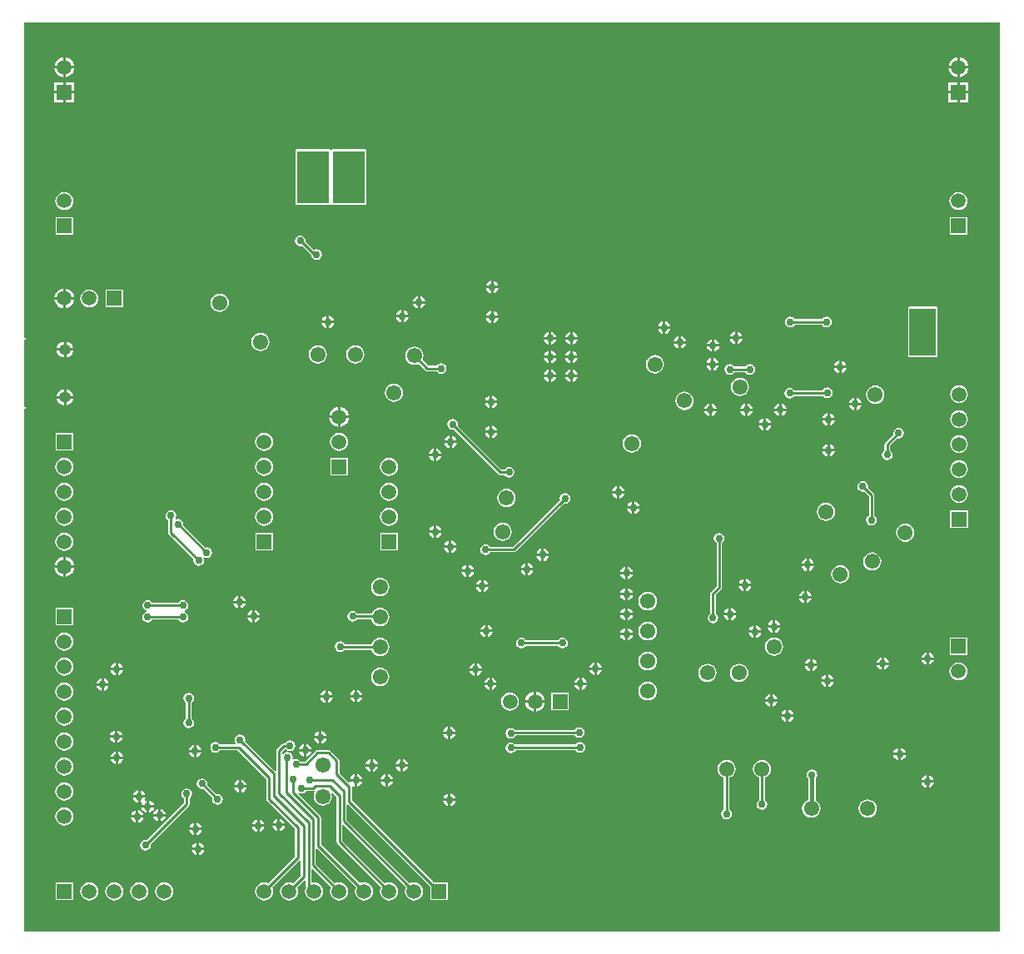
<source format=gbl>
G04*
G04 #@! TF.GenerationSoftware,Altium Limited,Altium Designer,18.1.9 (240)*
G04*
G04 Layer_Physical_Order=2*
G04 Layer_Color=16711680*
%FSLAX25Y25*%
%MOIN*%
G70*
G01*
G75*
%ADD11C,0.01000*%
%ADD73C,0.01800*%
%ADD97O,0.04724X0.02067*%
%ADD98O,0.04921X0.04134*%
%ADD99C,0.05906*%
%ADD100R,0.05906X0.05906*%
%ADD101R,0.05906X0.05906*%
%ADD102C,0.06102*%
%ADD103C,0.03000*%
%ADD104R,0.10500X0.19000*%
%ADD105R,0.12819X0.21000*%
G36*
X397500Y1529D02*
X7029D01*
Y210745D01*
X7529Y210778D01*
X7583Y210368D01*
X7728Y210018D01*
Y212088D01*
X7583Y211738D01*
X7529Y211328D01*
X7029Y211361D01*
Y238403D01*
X7529Y238435D01*
X7583Y238026D01*
X7728Y237675D01*
Y239746D01*
X7583Y239396D01*
X7529Y238986D01*
X7029Y239019D01*
Y365500D01*
X397500D01*
X397500Y1529D01*
D02*
G37*
%LPC*%
G36*
X381500Y351421D02*
Y348000D01*
X384921D01*
X384851Y348532D01*
X384453Y349493D01*
X383819Y350319D01*
X382993Y350953D01*
X382032Y351351D01*
X381500Y351421D01*
D02*
G37*
G36*
X23500D02*
Y348000D01*
X26921D01*
X26851Y348532D01*
X26453Y349493D01*
X25819Y350319D01*
X24993Y350953D01*
X24032Y351351D01*
X23500Y351421D01*
D02*
G37*
G36*
X380500D02*
X379968Y351351D01*
X379007Y350953D01*
X378181Y350319D01*
X377547Y349493D01*
X377149Y348532D01*
X377079Y348000D01*
X380500D01*
Y351421D01*
D02*
G37*
G36*
X22500D02*
X21968Y351351D01*
X21007Y350953D01*
X20181Y350319D01*
X19547Y349493D01*
X19149Y348532D01*
X19079Y348000D01*
X22500D01*
Y351421D01*
D02*
G37*
G36*
X384921Y347000D02*
X381500D01*
Y343579D01*
X382032Y343649D01*
X382993Y344047D01*
X383819Y344681D01*
X384453Y345507D01*
X384851Y346468D01*
X384921Y347000D01*
D02*
G37*
G36*
X26921D02*
X23500D01*
Y343579D01*
X24032Y343649D01*
X24993Y344047D01*
X25819Y344681D01*
X26453Y345507D01*
X26851Y346468D01*
X26921Y347000D01*
D02*
G37*
G36*
X380500D02*
X377079D01*
X377149Y346468D01*
X377547Y345507D01*
X378181Y344681D01*
X379007Y344047D01*
X379968Y343649D01*
X380500Y343579D01*
Y347000D01*
D02*
G37*
G36*
X22500D02*
X19079D01*
X19149Y346468D01*
X19547Y345507D01*
X20181Y344681D01*
X21007Y344047D01*
X21968Y343649D01*
X22500Y343579D01*
Y347000D01*
D02*
G37*
G36*
X384953Y341453D02*
X381500D01*
Y338000D01*
X384953D01*
Y341453D01*
D02*
G37*
G36*
X26953D02*
X23500D01*
Y338000D01*
X26953D01*
Y341453D01*
D02*
G37*
G36*
X380500D02*
X377047D01*
Y338000D01*
X380500D01*
Y341453D01*
D02*
G37*
G36*
X22500D02*
X19047D01*
Y338000D01*
X22500D01*
Y341453D01*
D02*
G37*
G36*
X384953Y337000D02*
X381500D01*
Y333547D01*
X384953D01*
Y337000D01*
D02*
G37*
G36*
X380500D02*
X377047D01*
Y333547D01*
X380500D01*
Y337000D01*
D02*
G37*
G36*
X26953D02*
X23500D01*
Y333547D01*
X26953D01*
Y337000D01*
D02*
G37*
G36*
X22500D02*
X19047D01*
Y333547D01*
X22500D01*
Y337000D01*
D02*
G37*
G36*
X143319Y314649D02*
X130500D01*
X130041Y314459D01*
X130025Y314421D01*
X129484D01*
X129468Y314459D01*
X129009Y314649D01*
X116189D01*
X115730Y314459D01*
X115540Y314000D01*
Y293000D01*
X115730Y292541D01*
X116189Y292351D01*
X129009D01*
X129468Y292541D01*
X129484Y292579D01*
X130025D01*
X130041Y292541D01*
X130500Y292351D01*
X143319D01*
X143779Y292541D01*
X143969Y293000D01*
Y314000D01*
X143779Y314459D01*
X143319Y314649D01*
D02*
G37*
G36*
X381000Y297583D02*
X380073Y297461D01*
X379208Y297103D01*
X378466Y296534D01*
X377897Y295792D01*
X377539Y294927D01*
X377417Y294000D01*
X377539Y293073D01*
X377897Y292208D01*
X378466Y291466D01*
X379208Y290897D01*
X380073Y290539D01*
X381000Y290417D01*
X381927Y290539D01*
X382792Y290897D01*
X383534Y291466D01*
X384103Y292208D01*
X384461Y293073D01*
X384583Y294000D01*
X384461Y294927D01*
X384103Y295792D01*
X383534Y296534D01*
X382792Y297103D01*
X381927Y297461D01*
X381000Y297583D01*
D02*
G37*
G36*
X23000D02*
X22073Y297461D01*
X21208Y297103D01*
X20466Y296534D01*
X19897Y295792D01*
X19539Y294927D01*
X19417Y294000D01*
X19539Y293073D01*
X19897Y292208D01*
X20466Y291466D01*
X21208Y290897D01*
X22073Y290539D01*
X23000Y290417D01*
X23927Y290539D01*
X24792Y290897D01*
X25534Y291466D01*
X26103Y292208D01*
X26461Y293073D01*
X26583Y294000D01*
X26461Y294927D01*
X26103Y295792D01*
X25534Y296534D01*
X24792Y297103D01*
X23927Y297461D01*
X23000Y297583D01*
D02*
G37*
G36*
X384553Y287553D02*
X377447D01*
Y280447D01*
X384553D01*
Y287553D01*
D02*
G37*
G36*
X26553D02*
X19447D01*
Y280447D01*
X26553D01*
Y287553D01*
D02*
G37*
G36*
X117500Y280141D02*
X116681Y279978D01*
X115986Y279514D01*
X115522Y278819D01*
X115359Y278000D01*
X115522Y277181D01*
X115986Y276486D01*
X116681Y276022D01*
X117500Y275859D01*
X118130Y275984D01*
X121920Y272195D01*
X122022Y271681D01*
X122486Y270986D01*
X123181Y270522D01*
X124000Y270359D01*
X124819Y270522D01*
X125514Y270986D01*
X125978Y271681D01*
X126141Y272500D01*
X125978Y273319D01*
X125514Y274014D01*
X124819Y274478D01*
X124000Y274641D01*
X123181Y274478D01*
X122958Y274329D01*
X119582Y277705D01*
X119641Y278000D01*
X119478Y278819D01*
X119014Y279514D01*
X118319Y279978D01*
X117500Y280141D01*
D02*
G37*
G36*
X194892Y261949D02*
Y260000D01*
X196842D01*
X196747Y260475D01*
X196195Y261302D01*
X195368Y261855D01*
X194892Y261949D01*
D02*
G37*
G36*
X193892D02*
X193417Y261855D01*
X192590Y261302D01*
X192037Y260475D01*
X191943Y260000D01*
X193892D01*
Y261949D01*
D02*
G37*
G36*
X196842Y259000D02*
X194892D01*
Y257050D01*
X195368Y257145D01*
X196195Y257698D01*
X196747Y258524D01*
X196842Y259000D01*
D02*
G37*
G36*
X193892D02*
X191943D01*
X192037Y258524D01*
X192590Y257698D01*
X193417Y257145D01*
X193892Y257050D01*
Y259000D01*
D02*
G37*
G36*
X23500Y258921D02*
Y255500D01*
X26921D01*
X26851Y256032D01*
X26453Y256993D01*
X25819Y257819D01*
X24993Y258453D01*
X24032Y258851D01*
X23500Y258921D01*
D02*
G37*
G36*
X22500D02*
X21968Y258851D01*
X21007Y258453D01*
X20181Y257819D01*
X19547Y256993D01*
X19149Y256032D01*
X19079Y255500D01*
X22500D01*
Y258921D01*
D02*
G37*
G36*
X165500Y255850D02*
Y253900D01*
X167449D01*
X167355Y254376D01*
X166802Y255202D01*
X165975Y255755D01*
X165500Y255850D01*
D02*
G37*
G36*
X164500D02*
X164024Y255755D01*
X163198Y255202D01*
X162645Y254376D01*
X162550Y253900D01*
X164500D01*
Y255850D01*
D02*
G37*
G36*
X46553Y258553D02*
X39447D01*
Y251447D01*
X46553D01*
Y258553D01*
D02*
G37*
G36*
X33000Y258583D02*
X32073Y258461D01*
X31208Y258103D01*
X30466Y257534D01*
X29897Y256792D01*
X29539Y255927D01*
X29417Y255000D01*
X29539Y254073D01*
X29897Y253208D01*
X30466Y252466D01*
X31208Y251897D01*
X32073Y251539D01*
X33000Y251417D01*
X33927Y251539D01*
X34792Y251897D01*
X35534Y252466D01*
X36103Y253208D01*
X36461Y254073D01*
X36583Y255000D01*
X36461Y255927D01*
X36103Y256792D01*
X35534Y257534D01*
X34792Y258103D01*
X33927Y258461D01*
X33000Y258583D01*
D02*
G37*
G36*
X26921Y254500D02*
X23500D01*
Y251079D01*
X24032Y251149D01*
X24993Y251547D01*
X25819Y252181D01*
X26453Y253007D01*
X26851Y253968D01*
X26921Y254500D01*
D02*
G37*
G36*
X22500D02*
X19079D01*
X19149Y253968D01*
X19547Y253007D01*
X20181Y252181D01*
X21007Y251547D01*
X21968Y251149D01*
X22500Y251079D01*
Y254500D01*
D02*
G37*
G36*
X167449Y252900D02*
X165500D01*
Y250951D01*
X165975Y251045D01*
X166802Y251598D01*
X167355Y252425D01*
X167449Y252900D01*
D02*
G37*
G36*
X164500D02*
X162550D01*
X162645Y252425D01*
X163198Y251598D01*
X164024Y251045D01*
X164500Y250951D01*
Y252900D01*
D02*
G37*
G36*
X85240Y256923D02*
X84287Y256797D01*
X83399Y256430D01*
X82636Y255844D01*
X82051Y255082D01*
X81683Y254193D01*
X81558Y253240D01*
X81683Y252287D01*
X82051Y251399D01*
X82636Y250636D01*
X83399Y250051D01*
X84287Y249683D01*
X85240Y249557D01*
X86193Y249683D01*
X87081Y250051D01*
X87844Y250636D01*
X88429Y251399D01*
X88797Y252287D01*
X88923Y253240D01*
X88797Y254193D01*
X88429Y255082D01*
X87844Y255844D01*
X87081Y256430D01*
X86193Y256797D01*
X85240Y256923D01*
D02*
G37*
G36*
X158900Y250349D02*
Y248400D01*
X160849D01*
X160755Y248875D01*
X160202Y249702D01*
X159376Y250255D01*
X158900Y250349D01*
D02*
G37*
G36*
X157900D02*
X157424Y250255D01*
X156598Y249702D01*
X156045Y248875D01*
X155950Y248400D01*
X157900D01*
Y250349D01*
D02*
G37*
G36*
X194892Y249950D02*
Y248000D01*
X196842D01*
X196747Y248476D01*
X196195Y249302D01*
X195368Y249855D01*
X194892Y249950D01*
D02*
G37*
G36*
X193892D02*
X193417Y249855D01*
X192590Y249302D01*
X192037Y248476D01*
X191943Y248000D01*
X193892D01*
Y249950D01*
D02*
G37*
G36*
X328233Y247641D02*
X327414Y247478D01*
X326719Y247014D01*
X326457Y246621D01*
X315482D01*
X315220Y247014D01*
X314526Y247478D01*
X313706Y247641D01*
X312887Y247478D01*
X312192Y247014D01*
X311728Y246319D01*
X311565Y245500D01*
X311728Y244681D01*
X312192Y243986D01*
X312887Y243522D01*
X313706Y243359D01*
X314526Y243522D01*
X315220Y243986D01*
X315482Y244378D01*
X326457D01*
X326719Y243986D01*
X327414Y243522D01*
X328233Y243359D01*
X329052Y243522D01*
X329747Y243986D01*
X330211Y244681D01*
X330374Y245500D01*
X330211Y246319D01*
X329747Y247014D01*
X329052Y247478D01*
X328233Y247641D01*
D02*
G37*
G36*
X129000Y247950D02*
Y246000D01*
X130949D01*
X130855Y246476D01*
X130302Y247302D01*
X129475Y247855D01*
X129000Y247950D01*
D02*
G37*
G36*
X128000D02*
X127524Y247855D01*
X126698Y247302D01*
X126145Y246476D01*
X126050Y246000D01*
X128000D01*
Y247950D01*
D02*
G37*
G36*
X160849Y247400D02*
X158900D01*
Y245450D01*
X159376Y245545D01*
X160202Y246098D01*
X160755Y246924D01*
X160849Y247400D01*
D02*
G37*
G36*
X157900D02*
X155950D01*
X156045Y246924D01*
X156598Y246098D01*
X157424Y245545D01*
X157900Y245450D01*
Y247400D01*
D02*
G37*
G36*
X196842Y247000D02*
X194892D01*
Y245051D01*
X195368Y245145D01*
X196195Y245698D01*
X196747Y246525D01*
X196842Y247000D01*
D02*
G37*
G36*
X193892D02*
X191943D01*
X192037Y246525D01*
X192590Y245698D01*
X193417Y245145D01*
X193892Y245051D01*
Y247000D01*
D02*
G37*
G36*
X263721Y245700D02*
Y243750D01*
X265671D01*
X265576Y244226D01*
X265024Y245052D01*
X264197Y245605D01*
X263721Y245700D01*
D02*
G37*
G36*
X262721D02*
X262246Y245605D01*
X261419Y245052D01*
X260866Y244226D01*
X260772Y243750D01*
X262721D01*
Y245700D01*
D02*
G37*
G36*
X130949Y245000D02*
X129000D01*
Y243051D01*
X129475Y243145D01*
X130302Y243698D01*
X130855Y244525D01*
X130949Y245000D01*
D02*
G37*
G36*
X128000D02*
X126050D01*
X126145Y244525D01*
X126698Y243698D01*
X127524Y243145D01*
X128000Y243051D01*
Y245000D01*
D02*
G37*
G36*
X265671Y242750D02*
X263721D01*
Y240800D01*
X264197Y240895D01*
X265024Y241448D01*
X265576Y242275D01*
X265671Y242750D01*
D02*
G37*
G36*
X262721D02*
X260772D01*
X260866Y242275D01*
X261419Y241448D01*
X262246Y240895D01*
X262721Y240800D01*
Y242750D01*
D02*
G37*
G36*
X292500Y241674D02*
Y239724D01*
X294449D01*
X294355Y240200D01*
X293802Y241027D01*
X292975Y241579D01*
X292500Y241674D01*
D02*
G37*
G36*
X291500D02*
X291024Y241579D01*
X290198Y241027D01*
X289645Y240200D01*
X289550Y239724D01*
X291500D01*
Y241674D01*
D02*
G37*
G36*
X226500Y241438D02*
Y239488D01*
X228450D01*
X228355Y239964D01*
X227802Y240791D01*
X226975Y241343D01*
X226500Y241438D01*
D02*
G37*
G36*
X225500D02*
X225025Y241343D01*
X224198Y240791D01*
X223645Y239964D01*
X223551Y239488D01*
X225500D01*
Y241438D01*
D02*
G37*
G36*
X218000D02*
Y239488D01*
X219950D01*
X219855Y239964D01*
X219302Y240791D01*
X218476Y241343D01*
X218000Y241438D01*
D02*
G37*
G36*
X217000D02*
X216525Y241343D01*
X215698Y240791D01*
X215145Y239964D01*
X215051Y239488D01*
X217000D01*
Y241438D01*
D02*
G37*
G36*
X15209Y239746D02*
Y239211D01*
X15378D01*
X15354Y239396D01*
X15209Y239746D01*
D02*
G37*
G36*
X270045Y239835D02*
Y237885D01*
X271994D01*
X271900Y238361D01*
X271347Y239188D01*
X270520Y239740D01*
X270045Y239835D01*
D02*
G37*
G36*
X269045D02*
X268569Y239740D01*
X267742Y239188D01*
X267190Y238361D01*
X267095Y237885D01*
X269045D01*
Y239835D01*
D02*
G37*
G36*
X15378Y238211D02*
X15209D01*
Y237675D01*
X15354Y238026D01*
X15378Y238211D01*
D02*
G37*
G36*
X294449Y238724D02*
X292500D01*
Y236775D01*
X292975Y236870D01*
X293802Y237422D01*
X294355Y238249D01*
X294449Y238724D01*
D02*
G37*
G36*
X291500D02*
X289550D01*
X289645Y238249D01*
X290198Y237422D01*
X291024Y236870D01*
X291500Y236775D01*
Y238724D01*
D02*
G37*
G36*
X283261Y238555D02*
Y236605D01*
X285211D01*
X285116Y237081D01*
X284564Y237908D01*
X283737Y238460D01*
X283261Y238555D01*
D02*
G37*
G36*
X282261D02*
X281786Y238460D01*
X280959Y237908D01*
X280406Y237081D01*
X280312Y236605D01*
X282261D01*
Y238555D01*
D02*
G37*
G36*
X228450Y238488D02*
X226500D01*
Y236539D01*
X226975Y236633D01*
X227802Y237186D01*
X228355Y238013D01*
X228450Y238488D01*
D02*
G37*
G36*
X225500D02*
X223551D01*
X223645Y238013D01*
X224198Y237186D01*
X225025Y236633D01*
X225500Y236539D01*
Y238488D01*
D02*
G37*
G36*
X219950D02*
X218000D01*
Y236539D01*
X218476Y236633D01*
X219302Y237186D01*
X219855Y238013D01*
X219950Y238488D01*
D02*
G37*
G36*
X217000D02*
X215051D01*
X215145Y238013D01*
X215698Y237186D01*
X216525Y236633D01*
X217000Y236539D01*
Y238488D01*
D02*
G37*
G36*
X271994Y236885D02*
X270045D01*
Y234936D01*
X270520Y235031D01*
X271347Y235583D01*
X271900Y236410D01*
X271994Y236885D01*
D02*
G37*
G36*
X269045D02*
X267095D01*
X267190Y236410D01*
X267742Y235583D01*
X268569Y235031D01*
X269045Y234936D01*
Y236885D01*
D02*
G37*
G36*
X23779Y237509D02*
Y234929D01*
X26701D01*
X26661Y235230D01*
X26352Y235976D01*
X25861Y236616D01*
X25220Y237108D01*
X24474Y237417D01*
X23779Y237509D01*
D02*
G37*
G36*
X22780D02*
X22085Y237417D01*
X21339Y237108D01*
X20698Y236616D01*
X20207Y235976D01*
X19898Y235230D01*
X19858Y234929D01*
X22780D01*
Y237509D01*
D02*
G37*
G36*
X101500Y241183D02*
X100547Y241057D01*
X99659Y240689D01*
X98896Y240104D01*
X98311Y239341D01*
X97943Y238453D01*
X97817Y237500D01*
X97943Y236547D01*
X98311Y235659D01*
X98896Y234896D01*
X99659Y234311D01*
X100547Y233943D01*
X101500Y233817D01*
X102453Y233943D01*
X103341Y234311D01*
X104104Y234896D01*
X104689Y235659D01*
X105057Y236547D01*
X105183Y237500D01*
X105057Y238453D01*
X104689Y239341D01*
X104104Y240104D01*
X103341Y240689D01*
X102453Y241057D01*
X101500Y241183D01*
D02*
G37*
G36*
X285211Y235605D02*
X283261D01*
Y233656D01*
X283737Y233750D01*
X284564Y234303D01*
X285116Y235130D01*
X285211Y235605D01*
D02*
G37*
G36*
X282261D02*
X280312D01*
X280406Y235130D01*
X280959Y234303D01*
X281786Y233750D01*
X282261Y233656D01*
Y235605D01*
D02*
G37*
G36*
X226500Y233949D02*
Y232000D01*
X228450D01*
X228355Y232475D01*
X227802Y233302D01*
X226975Y233855D01*
X226500Y233949D01*
D02*
G37*
G36*
X225500D02*
X225025Y233855D01*
X224198Y233302D01*
X223645Y232475D01*
X223551Y232000D01*
X225500D01*
Y233949D01*
D02*
G37*
G36*
X218000D02*
Y232000D01*
X219950D01*
X219855Y232475D01*
X219302Y233302D01*
X218476Y233855D01*
X218000Y233949D01*
D02*
G37*
G36*
X217000D02*
X216525Y233855D01*
X215698Y233302D01*
X215145Y232475D01*
X215051Y232000D01*
X217000D01*
Y233949D01*
D02*
G37*
G36*
X372000Y251649D02*
X361500D01*
X361041Y251459D01*
X360851Y251000D01*
Y232000D01*
X361041Y231541D01*
X361500Y231351D01*
X372000D01*
X372459Y231541D01*
X372649Y232000D01*
Y251000D01*
X372459Y251459D01*
X372000Y251649D01*
D02*
G37*
G36*
X26701Y233929D02*
X23779D01*
Y231350D01*
X24474Y231441D01*
X25220Y231750D01*
X25861Y232242D01*
X26352Y232882D01*
X26661Y233629D01*
X26701Y233929D01*
D02*
G37*
G36*
X22780D02*
X19858D01*
X19898Y233629D01*
X20207Y232882D01*
X20698Y232242D01*
X21339Y231750D01*
X22085Y231441D01*
X22780Y231350D01*
Y233929D01*
D02*
G37*
G36*
X283057Y231034D02*
Y229084D01*
X285006D01*
X284912Y229560D01*
X284359Y230387D01*
X283532Y230939D01*
X283057Y231034D01*
D02*
G37*
G36*
X282057D02*
X281581Y230939D01*
X280754Y230387D01*
X280202Y229560D01*
X280107Y229084D01*
X282057D01*
Y231034D01*
D02*
G37*
G36*
X228450Y231000D02*
X226500D01*
Y229050D01*
X226975Y229145D01*
X227802Y229698D01*
X228355Y230524D01*
X228450Y231000D01*
D02*
G37*
G36*
X225500D02*
X223551D01*
X223645Y230524D01*
X224198Y229698D01*
X225025Y229145D01*
X225500Y229050D01*
Y231000D01*
D02*
G37*
G36*
X219950D02*
X218000D01*
Y229050D01*
X218476Y229145D01*
X219302Y229698D01*
X219855Y230524D01*
X219950Y231000D01*
D02*
G37*
G36*
X217000D02*
X215051D01*
X215145Y230524D01*
X215698Y229698D01*
X216525Y229145D01*
X217000Y229050D01*
Y231000D01*
D02*
G37*
G36*
X139500Y236183D02*
X138547Y236057D01*
X137659Y235689D01*
X136896Y235104D01*
X136311Y234341D01*
X135943Y233453D01*
X135817Y232500D01*
X135943Y231547D01*
X136311Y230659D01*
X136896Y229896D01*
X137659Y229311D01*
X138547Y228943D01*
X139500Y228817D01*
X140453Y228943D01*
X141341Y229311D01*
X142104Y229896D01*
X142689Y230659D01*
X143057Y231547D01*
X143183Y232500D01*
X143057Y233453D01*
X142689Y234341D01*
X142104Y235104D01*
X141341Y235689D01*
X140453Y236057D01*
X139500Y236183D01*
D02*
G37*
G36*
X124500D02*
X123547Y236057D01*
X122659Y235689D01*
X121896Y235104D01*
X121311Y234341D01*
X120943Y233453D01*
X120817Y232500D01*
X120943Y231547D01*
X121311Y230659D01*
X121896Y229896D01*
X122659Y229311D01*
X123547Y228943D01*
X124500Y228817D01*
X125453Y228943D01*
X126341Y229311D01*
X127104Y229896D01*
X127689Y230659D01*
X128057Y231547D01*
X128183Y232500D01*
X128057Y233453D01*
X127689Y234341D01*
X127104Y235104D01*
X126341Y235689D01*
X125453Y236057D01*
X124500Y236183D01*
D02*
G37*
G36*
X334233Y229949D02*
Y228000D01*
X336183D01*
X336088Y228475D01*
X335535Y229302D01*
X334708Y229855D01*
X334233Y229949D01*
D02*
G37*
G36*
X333233D02*
X332758Y229855D01*
X331931Y229302D01*
X331378Y228475D01*
X331283Y228000D01*
X333233D01*
Y229949D01*
D02*
G37*
G36*
X297500Y228641D02*
X296681Y228478D01*
X295986Y228014D01*
X295724Y227622D01*
X291276D01*
X291014Y228014D01*
X290319Y228478D01*
X289500Y228641D01*
X288681Y228478D01*
X287986Y228014D01*
X287522Y227319D01*
X287359Y226500D01*
X287522Y225681D01*
X287986Y224986D01*
X288681Y224522D01*
X289500Y224359D01*
X290319Y224522D01*
X291014Y224986D01*
X291276Y225378D01*
X295724D01*
X295986Y224986D01*
X296681Y224522D01*
X297500Y224359D01*
X298319Y224522D01*
X299014Y224986D01*
X299478Y225681D01*
X299641Y226500D01*
X299478Y227319D01*
X299014Y228014D01*
X298319Y228478D01*
X297500Y228641D01*
D02*
G37*
G36*
X285006Y228084D02*
X283057D01*
Y226135D01*
X283532Y226229D01*
X284359Y226782D01*
X284912Y227609D01*
X285006Y228084D01*
D02*
G37*
G36*
X282057D02*
X280107D01*
X280202Y227609D01*
X280754Y226782D01*
X281581Y226229D01*
X282057Y226135D01*
Y228084D01*
D02*
G37*
G36*
X336183Y227000D02*
X334233D01*
Y225050D01*
X334708Y225145D01*
X335535Y225698D01*
X336088Y226524D01*
X336183Y227000D01*
D02*
G37*
G36*
X333233D02*
X331283D01*
X331378Y226524D01*
X331931Y225698D01*
X332758Y225145D01*
X333233Y225050D01*
Y227000D01*
D02*
G37*
G36*
X259500Y232267D02*
X258547Y232141D01*
X257659Y231773D01*
X256896Y231188D01*
X256311Y230426D01*
X255943Y229537D01*
X255817Y228584D01*
X255943Y227631D01*
X256311Y226743D01*
X256896Y225980D01*
X257659Y225395D01*
X258547Y225027D01*
X259500Y224902D01*
X260453Y225027D01*
X261341Y225395D01*
X262104Y225980D01*
X262689Y226743D01*
X263057Y227631D01*
X263183Y228584D01*
X263057Y229537D01*
X262689Y230426D01*
X262104Y231188D01*
X261341Y231773D01*
X260453Y232141D01*
X259500Y232267D01*
D02*
G37*
G36*
X163200Y235683D02*
X162247Y235557D01*
X161359Y235189D01*
X160596Y234604D01*
X160011Y233841D01*
X159643Y232953D01*
X159517Y232000D01*
X159643Y231047D01*
X160011Y230159D01*
X160596Y229396D01*
X161359Y228811D01*
X162247Y228443D01*
X163200Y228317D01*
X164153Y228443D01*
X164873Y228741D01*
X167595Y226019D01*
X167595Y226019D01*
X167959Y225776D01*
X168388Y225690D01*
X168388Y225690D01*
X172144D01*
X172406Y225298D01*
X173101Y224834D01*
X173921Y224671D01*
X174740Y224834D01*
X175435Y225298D01*
X175899Y225992D01*
X176062Y226812D01*
X175899Y227631D01*
X175435Y228326D01*
X174740Y228790D01*
X173921Y228953D01*
X173101Y228790D01*
X172406Y228326D01*
X172144Y227933D01*
X168853D01*
X166459Y230327D01*
X166757Y231047D01*
X166883Y232000D01*
X166757Y232953D01*
X166389Y233841D01*
X165804Y234604D01*
X165041Y235189D01*
X164153Y235557D01*
X163200Y235683D01*
D02*
G37*
G36*
X226500Y226461D02*
Y224512D01*
X228450D01*
X228355Y224987D01*
X227802Y225814D01*
X226975Y226367D01*
X226500Y226461D01*
D02*
G37*
G36*
X225500D02*
X225025Y226367D01*
X224198Y225814D01*
X223645Y224987D01*
X223551Y224512D01*
X225500D01*
Y226461D01*
D02*
G37*
G36*
X218000D02*
Y224512D01*
X219950D01*
X219855Y224987D01*
X219302Y225814D01*
X218476Y226367D01*
X218000Y226461D01*
D02*
G37*
G36*
X217000D02*
X216525Y226367D01*
X215698Y225814D01*
X215145Y224987D01*
X215051Y224512D01*
X217000D01*
Y226461D01*
D02*
G37*
G36*
X228450Y223512D02*
X226500D01*
Y221562D01*
X226975Y221657D01*
X227802Y222209D01*
X228355Y223036D01*
X228450Y223512D01*
D02*
G37*
G36*
X225500D02*
X223551D01*
X223645Y223036D01*
X224198Y222209D01*
X225025Y221657D01*
X225500Y221562D01*
Y223512D01*
D02*
G37*
G36*
X219950D02*
X218000D01*
Y221562D01*
X218476Y221657D01*
X219302Y222209D01*
X219855Y223036D01*
X219950Y223512D01*
D02*
G37*
G36*
X217000D02*
X215051D01*
X215145Y223036D01*
X215698Y222209D01*
X216525Y221657D01*
X217000Y221562D01*
Y223512D01*
D02*
G37*
G36*
X328500Y219347D02*
X327681Y219184D01*
X326986Y218720D01*
X326586Y218122D01*
X315276D01*
X315014Y218514D01*
X314319Y218978D01*
X313500Y219141D01*
X312681Y218978D01*
X311986Y218514D01*
X311522Y217819D01*
X311359Y217000D01*
X311522Y216181D01*
X311986Y215486D01*
X312681Y215022D01*
X313500Y214859D01*
X314319Y215022D01*
X315014Y215486D01*
X315276Y215879D01*
X326862D01*
X326986Y215692D01*
X327681Y215228D01*
X328500Y215065D01*
X329319Y215228D01*
X330014Y215692D01*
X330478Y216387D01*
X330641Y217206D01*
X330478Y218026D01*
X330014Y218720D01*
X329319Y219184D01*
X328500Y219347D01*
D02*
G37*
G36*
X23779Y218414D02*
Y215835D01*
X26701D01*
X26661Y216135D01*
X26352Y216881D01*
X25861Y217522D01*
X25220Y218014D01*
X24474Y218323D01*
X23779Y218414D01*
D02*
G37*
G36*
X22780D02*
X22085Y218323D01*
X21339Y218014D01*
X20698Y217522D01*
X20207Y216881D01*
X19898Y216135D01*
X19858Y215835D01*
X22780D01*
Y218414D01*
D02*
G37*
G36*
X293500Y223183D02*
X292547Y223057D01*
X291659Y222689D01*
X290896Y222104D01*
X290311Y221341D01*
X289943Y220453D01*
X289817Y219500D01*
X289943Y218547D01*
X290311Y217659D01*
X290896Y216896D01*
X291659Y216311D01*
X292547Y215943D01*
X293500Y215817D01*
X294453Y215943D01*
X295341Y216311D01*
X296104Y216896D01*
X296689Y217659D01*
X297057Y218547D01*
X297183Y219500D01*
X297057Y220453D01*
X296689Y221341D01*
X296104Y222104D01*
X295341Y222689D01*
X294453Y223057D01*
X293500Y223183D01*
D02*
G37*
G36*
X194392Y215950D02*
Y214000D01*
X196342D01*
X196247Y214475D01*
X195694Y215302D01*
X194868Y215855D01*
X194392Y215950D01*
D02*
G37*
G36*
X193392D02*
X192917Y215855D01*
X192090Y215302D01*
X191537Y214475D01*
X191443Y214000D01*
X193392D01*
Y215950D01*
D02*
G37*
G36*
X155000Y220889D02*
X154047Y220763D01*
X153159Y220396D01*
X152396Y219810D01*
X151811Y219048D01*
X151443Y218159D01*
X151317Y217206D01*
X151443Y216253D01*
X151811Y215365D01*
X152396Y214602D01*
X153159Y214017D01*
X154047Y213649D01*
X155000Y213524D01*
X155953Y213649D01*
X156841Y214017D01*
X157604Y214602D01*
X158189Y215365D01*
X158557Y216253D01*
X158683Y217206D01*
X158557Y218159D01*
X158189Y219048D01*
X157604Y219810D01*
X156841Y220396D01*
X155953Y220763D01*
X155000Y220889D01*
D02*
G37*
G36*
X340198Y215090D02*
Y213140D01*
X342147D01*
X342053Y213616D01*
X341500Y214443D01*
X340673Y214995D01*
X340198Y215090D01*
D02*
G37*
G36*
X339198D02*
X338722Y214995D01*
X337895Y214443D01*
X337343Y213616D01*
X337248Y213140D01*
X339198D01*
Y215090D01*
D02*
G37*
G36*
X381233Y220124D02*
X380306Y220002D01*
X379441Y219643D01*
X378699Y219074D01*
X378130Y218332D01*
X377772Y217468D01*
X377650Y216540D01*
X377772Y215613D01*
X378130Y214749D01*
X378699Y214006D01*
X379441Y213437D01*
X380306Y213079D01*
X381233Y212957D01*
X382160Y213079D01*
X383025Y213437D01*
X383767Y214006D01*
X384336Y214749D01*
X384694Y215613D01*
X384817Y216540D01*
X384694Y217468D01*
X384336Y218332D01*
X383767Y219074D01*
X383025Y219643D01*
X382160Y220002D01*
X381233Y220124D01*
D02*
G37*
G36*
X347733Y220063D02*
X346780Y219937D01*
X345892Y219570D01*
X345129Y218984D01*
X344544Y218222D01*
X344176Y217334D01*
X344050Y216380D01*
X344176Y215427D01*
X344544Y214539D01*
X345129Y213776D01*
X345892Y213191D01*
X346780Y212823D01*
X347733Y212698D01*
X348686Y212823D01*
X349574Y213191D01*
X350337Y213776D01*
X350922Y214539D01*
X351290Y215427D01*
X351416Y216380D01*
X351290Y217334D01*
X350922Y218222D01*
X350337Y218984D01*
X349574Y219570D01*
X348686Y219937D01*
X347733Y220063D01*
D02*
G37*
G36*
X26701Y214835D02*
X23779D01*
Y212255D01*
X24474Y212347D01*
X25220Y212656D01*
X25861Y213147D01*
X26352Y213788D01*
X26661Y214534D01*
X26701Y214835D01*
D02*
G37*
G36*
X22780D02*
X19858D01*
X19898Y214534D01*
X20207Y213788D01*
X20698Y213147D01*
X21339Y212656D01*
X22085Y212347D01*
X22780Y212255D01*
Y214835D01*
D02*
G37*
G36*
X15209Y212088D02*
Y211553D01*
X15378D01*
X15354Y211738D01*
X15209Y212088D01*
D02*
G37*
G36*
X196342Y213000D02*
X194392D01*
Y211051D01*
X194868Y211145D01*
X195694Y211698D01*
X196247Y212525D01*
X196342Y213000D01*
D02*
G37*
G36*
X193392D02*
X191443D01*
X191537Y212525D01*
X192090Y211698D01*
X192917Y211145D01*
X193392Y211051D01*
Y213000D01*
D02*
G37*
G36*
X310206Y212830D02*
Y210880D01*
X312156D01*
X312061Y211356D01*
X311509Y212183D01*
X310682Y212735D01*
X310206Y212830D01*
D02*
G37*
G36*
X309206D02*
X308731Y212735D01*
X307904Y212183D01*
X307351Y211356D01*
X307257Y210880D01*
X309206D01*
Y212830D01*
D02*
G37*
G36*
X296706Y212794D02*
Y210845D01*
X298656D01*
X298561Y211320D01*
X298009Y212147D01*
X297182Y212700D01*
X296706Y212794D01*
D02*
G37*
G36*
X295706D02*
X295231Y212700D01*
X294404Y212147D01*
X293851Y211320D01*
X293757Y210845D01*
X295706D01*
Y212794D01*
D02*
G37*
G36*
X282206D02*
Y210845D01*
X284156D01*
X284061Y211320D01*
X283509Y212147D01*
X282682Y212700D01*
X282206Y212794D01*
D02*
G37*
G36*
X281206D02*
X280731Y212700D01*
X279904Y212147D01*
X279351Y211320D01*
X279257Y210845D01*
X281206D01*
Y212794D01*
D02*
G37*
G36*
X271333Y217611D02*
X270380Y217486D01*
X269492Y217118D01*
X268729Y216532D01*
X268144Y215770D01*
X267776Y214881D01*
X267650Y213928D01*
X267776Y212975D01*
X268144Y212087D01*
X268729Y211324D01*
X269492Y210739D01*
X270380Y210371D01*
X271333Y210246D01*
X272286Y210371D01*
X273174Y210739D01*
X273937Y211324D01*
X274522Y212087D01*
X274890Y212975D01*
X275016Y213928D01*
X274890Y214881D01*
X274522Y215770D01*
X273937Y216532D01*
X273174Y217118D01*
X272286Y217486D01*
X271333Y217611D01*
D02*
G37*
G36*
X342147Y212140D02*
X340198D01*
Y210191D01*
X340673Y210285D01*
X341500Y210838D01*
X342053Y211665D01*
X342147Y212140D01*
D02*
G37*
G36*
X339198D02*
X337248D01*
X337343Y211665D01*
X337895Y210838D01*
X338722Y210285D01*
X339198Y210191D01*
Y212140D01*
D02*
G37*
G36*
X15378Y210553D02*
X15209D01*
Y210018D01*
X15354Y210368D01*
X15378Y210553D01*
D02*
G37*
G36*
X133500Y211421D02*
Y208000D01*
X136921D01*
X136851Y208532D01*
X136453Y209493D01*
X135819Y210319D01*
X134993Y210953D01*
X134032Y211351D01*
X133500Y211421D01*
D02*
G37*
G36*
X132500D02*
X131968Y211351D01*
X131007Y210953D01*
X130181Y210319D01*
X129547Y209493D01*
X129149Y208532D01*
X129079Y208000D01*
X132500D01*
Y211421D01*
D02*
G37*
G36*
X312156Y209880D02*
X310206D01*
Y207931D01*
X310682Y208025D01*
X311509Y208578D01*
X312061Y209405D01*
X312156Y209880D01*
D02*
G37*
G36*
X309206D02*
X307257D01*
X307351Y209405D01*
X307904Y208578D01*
X308731Y208025D01*
X309206Y207931D01*
Y209880D01*
D02*
G37*
G36*
X298656Y209845D02*
X296706D01*
Y207895D01*
X297182Y207990D01*
X298009Y208542D01*
X298561Y209369D01*
X298656Y209845D01*
D02*
G37*
G36*
X295706D02*
X293757D01*
X293851Y209369D01*
X294404Y208542D01*
X295231Y207990D01*
X295706Y207895D01*
Y209845D01*
D02*
G37*
G36*
X284156D02*
X282206D01*
Y207895D01*
X282682Y207990D01*
X283509Y208542D01*
X284061Y209369D01*
X284156Y209845D01*
D02*
G37*
G36*
X281206D02*
X279257D01*
X279351Y209369D01*
X279904Y208542D01*
X280731Y207990D01*
X281206Y207895D01*
Y209845D01*
D02*
G37*
G36*
X329548Y208990D02*
Y207040D01*
X331498D01*
X331403Y207516D01*
X330850Y208343D01*
X330024Y208895D01*
X329548Y208990D01*
D02*
G37*
G36*
X328548D02*
X328073Y208895D01*
X327246Y208343D01*
X326693Y207516D01*
X326599Y207040D01*
X328548D01*
Y208990D01*
D02*
G37*
G36*
X304000Y206949D02*
Y205000D01*
X305949D01*
X305855Y205475D01*
X305302Y206302D01*
X304475Y206855D01*
X304000Y206949D01*
D02*
G37*
G36*
X303000D02*
X302524Y206855D01*
X301698Y206302D01*
X301145Y205475D01*
X301050Y205000D01*
X303000D01*
Y206949D01*
D02*
G37*
G36*
X331498Y206040D02*
X329548D01*
Y204091D01*
X330024Y204185D01*
X330850Y204738D01*
X331403Y205565D01*
X331498Y206040D01*
D02*
G37*
G36*
X328548D02*
X326599D01*
X326693Y205565D01*
X327246Y204738D01*
X328073Y204185D01*
X328548Y204091D01*
Y206040D01*
D02*
G37*
G36*
X136921Y207000D02*
X133500D01*
Y203579D01*
X134032Y203649D01*
X134993Y204047D01*
X135819Y204681D01*
X136453Y205507D01*
X136851Y206468D01*
X136921Y207000D01*
D02*
G37*
G36*
X132500D02*
X129079D01*
X129149Y206468D01*
X129547Y205507D01*
X130181Y204681D01*
X131007Y204047D01*
X131968Y203649D01*
X132500Y203579D01*
Y207000D01*
D02*
G37*
G36*
X381233Y210124D02*
X380306Y210001D01*
X379441Y209644D01*
X378699Y209074D01*
X378130Y208332D01*
X377772Y207468D01*
X377650Y206540D01*
X377772Y205613D01*
X378130Y204749D01*
X378699Y204006D01*
X379441Y203437D01*
X380306Y203079D01*
X381233Y202957D01*
X382160Y203079D01*
X383025Y203437D01*
X383767Y204006D01*
X384336Y204749D01*
X384694Y205613D01*
X384817Y206540D01*
X384694Y207468D01*
X384336Y208332D01*
X383767Y209074D01*
X383025Y209644D01*
X382160Y210001D01*
X381233Y210124D01*
D02*
G37*
G36*
X305949Y204000D02*
X304000D01*
Y202050D01*
X304475Y202145D01*
X305302Y202698D01*
X305855Y203524D01*
X305949Y204000D01*
D02*
G37*
G36*
X303000D02*
X301050D01*
X301145Y203524D01*
X301698Y202698D01*
X302524Y202145D01*
X303000Y202050D01*
Y204000D01*
D02*
G37*
G36*
X194392Y203949D02*
Y202000D01*
X196342D01*
X196247Y202476D01*
X195694Y203302D01*
X194868Y203855D01*
X194392Y203949D01*
D02*
G37*
G36*
X193392D02*
X192917Y203855D01*
X192090Y203302D01*
X191537Y202476D01*
X191443Y202000D01*
X193392D01*
Y203949D01*
D02*
G37*
G36*
X196342Y201000D02*
X194392D01*
Y199050D01*
X194868Y199145D01*
X195694Y199698D01*
X196247Y200524D01*
X196342Y201000D01*
D02*
G37*
G36*
X193392D02*
X191443D01*
X191537Y200524D01*
X192090Y199698D01*
X192917Y199145D01*
X193392Y199050D01*
Y201000D01*
D02*
G37*
G36*
X357093Y203141D02*
X356274Y202978D01*
X355579Y202514D01*
X355115Y201819D01*
X354952Y201000D01*
X355044Y200537D01*
X351707Y197200D01*
X351464Y196836D01*
X351378Y196407D01*
X351378Y196407D01*
Y194076D01*
X350986Y193814D01*
X350522Y193119D01*
X350359Y192300D01*
X350522Y191481D01*
X350986Y190786D01*
X351681Y190322D01*
X352500Y190159D01*
X353319Y190322D01*
X354014Y190786D01*
X354478Y191481D01*
X354641Y192300D01*
X354478Y193119D01*
X354014Y193814D01*
X353622Y194076D01*
Y195942D01*
X356630Y198951D01*
X357093Y198859D01*
X357912Y199022D01*
X358607Y199486D01*
X359071Y200181D01*
X359234Y201000D01*
X359071Y201819D01*
X358607Y202514D01*
X357912Y202978D01*
X357093Y203141D01*
D02*
G37*
G36*
X178165Y199950D02*
Y198000D01*
X180114D01*
X180019Y198476D01*
X179467Y199302D01*
X178640Y199855D01*
X178165Y199950D01*
D02*
G37*
G36*
X177165D02*
X176689Y199855D01*
X175862Y199302D01*
X175310Y198476D01*
X175215Y198000D01*
X177165D01*
Y199950D01*
D02*
G37*
G36*
X180114Y197000D02*
X178165D01*
Y195051D01*
X178640Y195145D01*
X179467Y195698D01*
X180019Y196525D01*
X180114Y197000D01*
D02*
G37*
G36*
X177165D02*
X175215D01*
X175310Y196525D01*
X175862Y195698D01*
X176689Y195145D01*
X177165Y195051D01*
Y197000D01*
D02*
G37*
G36*
X329548Y196590D02*
Y194640D01*
X331498D01*
X331403Y195116D01*
X330850Y195943D01*
X330024Y196495D01*
X329548Y196590D01*
D02*
G37*
G36*
X328548D02*
X328073Y196495D01*
X327246Y195943D01*
X326693Y195116D01*
X326599Y194640D01*
X328548D01*
Y196590D01*
D02*
G37*
G36*
X26553Y201053D02*
X19447D01*
Y193947D01*
X26553D01*
Y201053D01*
D02*
G37*
G36*
X133000Y201083D02*
X132073Y200961D01*
X131208Y200603D01*
X130466Y200034D01*
X129897Y199292D01*
X129539Y198427D01*
X129417Y197500D01*
X129539Y196573D01*
X129897Y195708D01*
X130466Y194966D01*
X131208Y194397D01*
X132073Y194039D01*
X133000Y193917D01*
X133927Y194039D01*
X134792Y194397D01*
X135534Y194966D01*
X136103Y195708D01*
X136461Y196573D01*
X136583Y197500D01*
X136461Y198427D01*
X136103Y199292D01*
X135534Y200034D01*
X134792Y200603D01*
X133927Y200961D01*
X133000Y201083D01*
D02*
G37*
G36*
X103000D02*
X102073Y200961D01*
X101208Y200603D01*
X100466Y200034D01*
X99897Y199292D01*
X99539Y198427D01*
X99417Y197500D01*
X99539Y196573D01*
X99897Y195708D01*
X100466Y194966D01*
X101208Y194397D01*
X102073Y194039D01*
X103000Y193917D01*
X103927Y194039D01*
X104792Y194397D01*
X105534Y194966D01*
X106103Y195708D01*
X106461Y196573D01*
X106583Y197500D01*
X106461Y198427D01*
X106103Y199292D01*
X105534Y200034D01*
X104792Y200603D01*
X103927Y200961D01*
X103000Y201083D01*
D02*
G37*
G36*
X250233Y200528D02*
X249280Y200402D01*
X248392Y200034D01*
X247629Y199449D01*
X247044Y198686D01*
X246676Y197798D01*
X246550Y196845D01*
X246676Y195892D01*
X247044Y195003D01*
X247629Y194241D01*
X248392Y193656D01*
X249280Y193288D01*
X250233Y193162D01*
X251186Y193288D01*
X252074Y193656D01*
X252837Y194241D01*
X253422Y195003D01*
X253790Y195892D01*
X253916Y196845D01*
X253790Y197798D01*
X253422Y198686D01*
X252837Y199449D01*
X252074Y200034D01*
X251186Y200402D01*
X250233Y200528D01*
D02*
G37*
G36*
X381233Y200124D02*
X380306Y200002D01*
X379441Y199644D01*
X378699Y199074D01*
X378130Y198332D01*
X377772Y197468D01*
X377650Y196540D01*
X377772Y195613D01*
X378130Y194748D01*
X378699Y194006D01*
X379441Y193437D01*
X380306Y193079D01*
X381233Y192957D01*
X382160Y193079D01*
X383025Y193437D01*
X383767Y194006D01*
X384336Y194748D01*
X384694Y195613D01*
X384817Y196540D01*
X384694Y197468D01*
X384336Y198332D01*
X383767Y199074D01*
X383025Y199644D01*
X382160Y200002D01*
X381233Y200124D01*
D02*
G37*
G36*
X172000Y194749D02*
Y192800D01*
X173950D01*
X173855Y193275D01*
X173302Y194102D01*
X172476Y194655D01*
X172000Y194749D01*
D02*
G37*
G36*
X171000D02*
X170525Y194655D01*
X169698Y194102D01*
X169145Y193275D01*
X169051Y192800D01*
X171000D01*
Y194749D01*
D02*
G37*
G36*
X331498Y193640D02*
X329548D01*
Y191691D01*
X330024Y191785D01*
X330850Y192338D01*
X331403Y193165D01*
X331498Y193640D01*
D02*
G37*
G36*
X328548D02*
X326599D01*
X326693Y193165D01*
X327246Y192338D01*
X328073Y191785D01*
X328548Y191691D01*
Y193640D01*
D02*
G37*
G36*
X173950Y191800D02*
X172000D01*
Y189850D01*
X172476Y189945D01*
X173302Y190498D01*
X173855Y191324D01*
X173950Y191800D01*
D02*
G37*
G36*
X171000D02*
X169051D01*
X169145Y191324D01*
X169698Y190498D01*
X170525Y189945D01*
X171000Y189850D01*
Y191800D01*
D02*
G37*
G36*
X136553Y191053D02*
X129447D01*
Y183947D01*
X136553D01*
Y191053D01*
D02*
G37*
G36*
X153000Y191083D02*
X152073Y190961D01*
X151208Y190603D01*
X150466Y190034D01*
X149897Y189292D01*
X149539Y188427D01*
X149417Y187500D01*
X149539Y186573D01*
X149897Y185708D01*
X150466Y184966D01*
X151208Y184397D01*
X152073Y184039D01*
X153000Y183917D01*
X153927Y184039D01*
X154792Y184397D01*
X155534Y184966D01*
X156103Y185708D01*
X156461Y186573D01*
X156583Y187500D01*
X156461Y188427D01*
X156103Y189292D01*
X155534Y190034D01*
X154792Y190603D01*
X153927Y190961D01*
X153000Y191083D01*
D02*
G37*
G36*
X103000D02*
X102073Y190961D01*
X101208Y190603D01*
X100466Y190034D01*
X99897Y189292D01*
X99539Y188427D01*
X99417Y187500D01*
X99539Y186573D01*
X99897Y185708D01*
X100466Y184966D01*
X101208Y184397D01*
X102073Y184039D01*
X103000Y183917D01*
X103927Y184039D01*
X104792Y184397D01*
X105534Y184966D01*
X106103Y185708D01*
X106461Y186573D01*
X106583Y187500D01*
X106461Y188427D01*
X106103Y189292D01*
X105534Y190034D01*
X104792Y190603D01*
X103927Y190961D01*
X103000Y191083D01*
D02*
G37*
G36*
X23000D02*
X22073Y190961D01*
X21208Y190603D01*
X20466Y190034D01*
X19897Y189292D01*
X19539Y188427D01*
X19417Y187500D01*
X19539Y186573D01*
X19897Y185708D01*
X20466Y184966D01*
X21208Y184397D01*
X22073Y184039D01*
X23000Y183917D01*
X23927Y184039D01*
X24792Y184397D01*
X25534Y184966D01*
X26103Y185708D01*
X26461Y186573D01*
X26583Y187500D01*
X26461Y188427D01*
X26103Y189292D01*
X25534Y190034D01*
X24792Y190603D01*
X23927Y190961D01*
X23000Y191083D01*
D02*
G37*
G36*
X178500Y206641D02*
X177681Y206478D01*
X176986Y206014D01*
X176522Y205319D01*
X176359Y204500D01*
X176522Y203681D01*
X176986Y202986D01*
X177681Y202522D01*
X178500Y202359D01*
X178796Y202418D01*
X196707Y184507D01*
X196707Y184507D01*
X197071Y184264D01*
X197500Y184178D01*
X197500Y184178D01*
X199324D01*
X199586Y183786D01*
X200281Y183322D01*
X201100Y183159D01*
X201919Y183322D01*
X202614Y183786D01*
X203078Y184481D01*
X203241Y185300D01*
X203078Y186119D01*
X202614Y186814D01*
X201919Y187278D01*
X201100Y187441D01*
X200281Y187278D01*
X199586Y186814D01*
X199324Y186422D01*
X197965D01*
X180516Y203870D01*
X180641Y204500D01*
X180478Y205319D01*
X180014Y206014D01*
X179319Y206478D01*
X178500Y206641D01*
D02*
G37*
G36*
X381233Y190124D02*
X380306Y190001D01*
X379441Y189644D01*
X378699Y189074D01*
X378130Y188332D01*
X377772Y187468D01*
X377650Y186540D01*
X377772Y185613D01*
X378130Y184748D01*
X378699Y184006D01*
X379441Y183437D01*
X380306Y183079D01*
X381233Y182957D01*
X382160Y183079D01*
X383025Y183437D01*
X383767Y184006D01*
X384336Y184748D01*
X384694Y185613D01*
X384817Y186540D01*
X384694Y187468D01*
X384336Y188332D01*
X383767Y189074D01*
X383025Y189644D01*
X382160Y190001D01*
X381233Y190124D01*
D02*
G37*
G36*
X245333Y179794D02*
Y177845D01*
X247283D01*
X247188Y178320D01*
X246635Y179147D01*
X245809Y179700D01*
X245333Y179794D01*
D02*
G37*
G36*
X244333D02*
X243858Y179700D01*
X243031Y179147D01*
X242478Y178320D01*
X242384Y177845D01*
X244333D01*
Y179794D01*
D02*
G37*
G36*
X247283Y176845D02*
X245333D01*
Y174895D01*
X245809Y174990D01*
X246635Y175542D01*
X247188Y176369D01*
X247283Y176845D01*
D02*
G37*
G36*
X244333D02*
X242384D01*
X242478Y176369D01*
X243031Y175542D01*
X243858Y174990D01*
X244333Y174895D01*
Y176845D01*
D02*
G37*
G36*
X153000Y181083D02*
X152073Y180961D01*
X151208Y180603D01*
X150466Y180034D01*
X149897Y179292D01*
X149539Y178427D01*
X149417Y177500D01*
X149539Y176573D01*
X149897Y175708D01*
X150466Y174966D01*
X151208Y174397D01*
X152073Y174039D01*
X153000Y173917D01*
X153927Y174039D01*
X154792Y174397D01*
X155534Y174966D01*
X156103Y175708D01*
X156461Y176573D01*
X156583Y177500D01*
X156461Y178427D01*
X156103Y179292D01*
X155534Y180034D01*
X154792Y180603D01*
X153927Y180961D01*
X153000Y181083D01*
D02*
G37*
G36*
X103000D02*
X102073Y180961D01*
X101208Y180603D01*
X100466Y180034D01*
X99897Y179292D01*
X99539Y178427D01*
X99417Y177500D01*
X99539Y176573D01*
X99897Y175708D01*
X100466Y174966D01*
X101208Y174397D01*
X102073Y174039D01*
X103000Y173917D01*
X103927Y174039D01*
X104792Y174397D01*
X105534Y174966D01*
X106103Y175708D01*
X106461Y176573D01*
X106583Y177500D01*
X106461Y178427D01*
X106103Y179292D01*
X105534Y180034D01*
X104792Y180603D01*
X103927Y180961D01*
X103000Y181083D01*
D02*
G37*
G36*
X23000D02*
X22073Y180961D01*
X21208Y180603D01*
X20466Y180034D01*
X19897Y179292D01*
X19539Y178427D01*
X19417Y177500D01*
X19539Y176573D01*
X19897Y175708D01*
X20466Y174966D01*
X21208Y174397D01*
X22073Y174039D01*
X23000Y173917D01*
X23927Y174039D01*
X24792Y174397D01*
X25534Y174966D01*
X26103Y175708D01*
X26461Y176573D01*
X26583Y177500D01*
X26461Y178427D01*
X26103Y179292D01*
X25534Y180034D01*
X24792Y180603D01*
X23927Y180961D01*
X23000Y181083D01*
D02*
G37*
G36*
X381233Y180124D02*
X380306Y180001D01*
X379441Y179643D01*
X378699Y179074D01*
X378130Y178332D01*
X377772Y177468D01*
X377650Y176540D01*
X377772Y175613D01*
X378130Y174749D01*
X378699Y174006D01*
X379441Y173437D01*
X380306Y173079D01*
X381233Y172957D01*
X382160Y173079D01*
X383025Y173437D01*
X383767Y174006D01*
X384336Y174749D01*
X384694Y175613D01*
X384817Y176540D01*
X384694Y177468D01*
X384336Y178332D01*
X383767Y179074D01*
X383025Y179643D01*
X382160Y180001D01*
X381233Y180124D01*
D02*
G37*
G36*
X223500Y177041D02*
X222681Y176878D01*
X221986Y176414D01*
X221522Y175719D01*
X221359Y174900D01*
X221451Y174437D01*
X202535Y155522D01*
X193476D01*
X193214Y155914D01*
X192519Y156378D01*
X191700Y156541D01*
X190881Y156378D01*
X190186Y155914D01*
X189722Y155219D01*
X189559Y154400D01*
X189722Y153581D01*
X190186Y152886D01*
X190881Y152422D01*
X191700Y152259D01*
X192519Y152422D01*
X193214Y152886D01*
X193476Y153278D01*
X203000D01*
X203000Y153278D01*
X203429Y153364D01*
X203793Y153607D01*
X223037Y172851D01*
X223500Y172759D01*
X224319Y172922D01*
X225014Y173386D01*
X225478Y174081D01*
X225641Y174900D01*
X225478Y175719D01*
X225014Y176414D01*
X224319Y176878D01*
X223500Y177041D01*
D02*
G37*
G36*
X251333Y173630D02*
Y171680D01*
X253283D01*
X253188Y172156D01*
X252635Y172983D01*
X251809Y173535D01*
X251333Y173630D01*
D02*
G37*
G36*
X250333D02*
X249858Y173535D01*
X249031Y172983D01*
X248478Y172156D01*
X248383Y171680D01*
X250333D01*
Y173630D01*
D02*
G37*
G36*
X200050Y178733D02*
X199097Y178607D01*
X198209Y178239D01*
X197446Y177654D01*
X196861Y176891D01*
X196493Y176003D01*
X196367Y175050D01*
X196493Y174097D01*
X196861Y173209D01*
X197446Y172446D01*
X198209Y171861D01*
X199097Y171493D01*
X200050Y171367D01*
X201003Y171493D01*
X201891Y171861D01*
X202654Y172446D01*
X203239Y173209D01*
X203607Y174097D01*
X203733Y175050D01*
X203607Y176003D01*
X203239Y176891D01*
X202654Y177654D01*
X201891Y178239D01*
X201003Y178607D01*
X200050Y178733D01*
D02*
G37*
G36*
X253283Y170680D02*
X251333D01*
Y168731D01*
X251809Y168825D01*
X252635Y169378D01*
X253188Y170205D01*
X253283Y170680D01*
D02*
G37*
G36*
X250333D02*
X248383D01*
X248478Y170205D01*
X249031Y169378D01*
X249858Y168825D01*
X250333Y168731D01*
Y170680D01*
D02*
G37*
G36*
X328000Y173183D02*
X327047Y173057D01*
X326159Y172689D01*
X325396Y172104D01*
X324811Y171341D01*
X324443Y170453D01*
X324317Y169500D01*
X324443Y168547D01*
X324811Y167659D01*
X325396Y166896D01*
X326159Y166311D01*
X327047Y165943D01*
X328000Y165817D01*
X328953Y165943D01*
X329841Y166311D01*
X330604Y166896D01*
X331189Y167659D01*
X331557Y168547D01*
X331683Y169500D01*
X331557Y170453D01*
X331189Y171341D01*
X330604Y172104D01*
X329841Y172689D01*
X328953Y173057D01*
X328000Y173183D01*
D02*
G37*
G36*
X342733Y181781D02*
X341914Y181618D01*
X341219Y181154D01*
X340755Y180459D01*
X340592Y179640D01*
X340755Y178821D01*
X341219Y178126D01*
X341914Y177662D01*
X342733Y177499D01*
X343196Y177591D01*
X345111Y175676D01*
Y167916D01*
X344719Y167654D01*
X344255Y166960D01*
X344092Y166140D01*
X344255Y165321D01*
X344719Y164626D01*
X345414Y164162D01*
X346233Y163999D01*
X347052Y164162D01*
X347747Y164626D01*
X348211Y165321D01*
X348374Y166140D01*
X348211Y166960D01*
X347747Y167654D01*
X347355Y167916D01*
Y176140D01*
X347355Y176140D01*
X347269Y176569D01*
X347026Y176933D01*
X347026Y176933D01*
X344782Y179177D01*
X344874Y179640D01*
X344711Y180459D01*
X344247Y181154D01*
X343552Y181618D01*
X342733Y181781D01*
D02*
G37*
G36*
X153000Y171083D02*
X152073Y170961D01*
X151208Y170603D01*
X150466Y170034D01*
X149897Y169292D01*
X149539Y168427D01*
X149417Y167500D01*
X149539Y166573D01*
X149897Y165708D01*
X150466Y164966D01*
X151208Y164397D01*
X152073Y164039D01*
X153000Y163917D01*
X153927Y164039D01*
X154792Y164397D01*
X155534Y164966D01*
X156103Y165708D01*
X156461Y166573D01*
X156583Y167500D01*
X156461Y168427D01*
X156103Y169292D01*
X155534Y170034D01*
X154792Y170603D01*
X153927Y170961D01*
X153000Y171083D01*
D02*
G37*
G36*
X103000D02*
X102073Y170961D01*
X101208Y170603D01*
X100466Y170034D01*
X99897Y169292D01*
X99539Y168427D01*
X99417Y167500D01*
X99539Y166573D01*
X99897Y165708D01*
X100466Y164966D01*
X101208Y164397D01*
X102073Y164039D01*
X103000Y163917D01*
X103927Y164039D01*
X104792Y164397D01*
X105534Y164966D01*
X106103Y165708D01*
X106461Y166573D01*
X106583Y167500D01*
X106461Y168427D01*
X106103Y169292D01*
X105534Y170034D01*
X104792Y170603D01*
X103927Y170961D01*
X103000Y171083D01*
D02*
G37*
G36*
X23000D02*
X22073Y170961D01*
X21208Y170603D01*
X20466Y170034D01*
X19897Y169292D01*
X19539Y168427D01*
X19417Y167500D01*
X19539Y166573D01*
X19897Y165708D01*
X20466Y164966D01*
X21208Y164397D01*
X22073Y164039D01*
X23000Y163917D01*
X23927Y164039D01*
X24792Y164397D01*
X25534Y164966D01*
X26103Y165708D01*
X26461Y166573D01*
X26583Y167500D01*
X26461Y168427D01*
X26103Y169292D01*
X25534Y170034D01*
X24792Y170603D01*
X23927Y170961D01*
X23000Y171083D01*
D02*
G37*
G36*
X384786Y170093D02*
X377680D01*
Y162987D01*
X384786D01*
Y170093D01*
D02*
G37*
G36*
X172000Y163950D02*
Y162000D01*
X173950D01*
X173855Y162476D01*
X173302Y163302D01*
X172476Y163855D01*
X172000Y163950D01*
D02*
G37*
G36*
X171000D02*
X170525Y163855D01*
X169698Y163302D01*
X169145Y162476D01*
X169051Y162000D01*
X171000D01*
Y163950D01*
D02*
G37*
G36*
X173950Y161000D02*
X172000D01*
Y159051D01*
X172476Y159145D01*
X173302Y159698D01*
X173855Y160524D01*
X173950Y161000D01*
D02*
G37*
G36*
X171000D02*
X169051D01*
X169145Y160524D01*
X169698Y159698D01*
X170525Y159145D01*
X171000Y159051D01*
Y161000D01*
D02*
G37*
G36*
X198500Y165183D02*
X197547Y165057D01*
X196659Y164689D01*
X195896Y164104D01*
X195311Y163341D01*
X194943Y162453D01*
X194817Y161500D01*
X194943Y160547D01*
X195311Y159659D01*
X195896Y158896D01*
X196659Y158311D01*
X197547Y157943D01*
X198500Y157817D01*
X199453Y157943D01*
X200341Y158311D01*
X201104Y158896D01*
X201689Y159659D01*
X202057Y160547D01*
X202183Y161500D01*
X202057Y162453D01*
X201689Y163341D01*
X201104Y164104D01*
X200341Y164689D01*
X199453Y165057D01*
X198500Y165183D01*
D02*
G37*
G36*
X359733Y164823D02*
X358780Y164697D01*
X357892Y164330D01*
X357129Y163744D01*
X356544Y162981D01*
X356176Y162093D01*
X356050Y161140D01*
X356176Y160187D01*
X356544Y159299D01*
X357129Y158536D01*
X357892Y157951D01*
X358780Y157583D01*
X359733Y157457D01*
X360686Y157583D01*
X361574Y157951D01*
X362337Y158536D01*
X362922Y159299D01*
X363290Y160187D01*
X363416Y161140D01*
X363290Y162093D01*
X362922Y162981D01*
X362337Y163744D01*
X361574Y164330D01*
X360686Y164697D01*
X359733Y164823D01*
D02*
G37*
G36*
X178000Y157949D02*
Y156000D01*
X179949D01*
X179855Y156475D01*
X179302Y157302D01*
X178475Y157855D01*
X178000Y157949D01*
D02*
G37*
G36*
X177000D02*
X176524Y157855D01*
X175698Y157302D01*
X175145Y156475D01*
X175050Y156000D01*
X177000D01*
Y157949D01*
D02*
G37*
G36*
X156553Y161053D02*
X149447D01*
Y153947D01*
X156553D01*
Y161053D01*
D02*
G37*
G36*
X106553D02*
X99447D01*
Y153947D01*
X106553D01*
Y161053D01*
D02*
G37*
G36*
X23000Y161083D02*
X22073Y160961D01*
X21208Y160603D01*
X20466Y160034D01*
X19897Y159292D01*
X19539Y158427D01*
X19417Y157500D01*
X19539Y156573D01*
X19897Y155708D01*
X20466Y154966D01*
X21208Y154397D01*
X22073Y154039D01*
X23000Y153917D01*
X23927Y154039D01*
X24792Y154397D01*
X25534Y154966D01*
X26103Y155708D01*
X26461Y156573D01*
X26583Y157500D01*
X26461Y158427D01*
X26103Y159292D01*
X25534Y160034D01*
X24792Y160603D01*
X23927Y160961D01*
X23000Y161083D01*
D02*
G37*
G36*
X179949Y155000D02*
X178000D01*
Y153050D01*
X178475Y153145D01*
X179302Y153698D01*
X179855Y154525D01*
X179949Y155000D01*
D02*
G37*
G36*
X177000D02*
X175050D01*
X175145Y154525D01*
X175698Y153698D01*
X176524Y153145D01*
X177000Y153050D01*
Y155000D01*
D02*
G37*
G36*
X214965Y154714D02*
Y152765D01*
X216914D01*
X216820Y153240D01*
X216267Y154067D01*
X215440Y154620D01*
X214965Y154714D01*
D02*
G37*
G36*
X213965D02*
X213489Y154620D01*
X212662Y154067D01*
X212110Y153240D01*
X212015Y152765D01*
X213965D01*
Y154714D01*
D02*
G37*
G36*
X65658Y170141D02*
X64838Y169978D01*
X64144Y169514D01*
X63679Y168819D01*
X63516Y168000D01*
X63679Y167181D01*
X64144Y166486D01*
X64536Y166224D01*
Y161136D01*
X64536Y161135D01*
X64621Y160706D01*
X64864Y160343D01*
X74744Y150463D01*
X74652Y150000D01*
X74815Y149181D01*
X75279Y148486D01*
X75974Y148022D01*
X76793Y147859D01*
X77612Y148022D01*
X78307Y148486D01*
X78771Y149181D01*
X78934Y150000D01*
X78771Y150819D01*
X78715Y150903D01*
X79076Y151263D01*
X79181Y151193D01*
X80000Y151030D01*
X80819Y151193D01*
X81514Y151658D01*
X81978Y152352D01*
X82141Y153172D01*
X81978Y153991D01*
X81514Y154686D01*
X80819Y155150D01*
X80000Y155313D01*
X79537Y155221D01*
X70578Y164180D01*
X70641Y164500D01*
X70478Y165319D01*
X70014Y166014D01*
X69319Y166478D01*
X68500Y166641D01*
X67781Y166498D01*
X67535Y166746D01*
X67450Y166903D01*
X67636Y167181D01*
X67799Y168000D01*
X67636Y168819D01*
X67172Y169514D01*
X66477Y169978D01*
X65658Y170141D01*
D02*
G37*
G36*
X216914Y151765D02*
X214965D01*
Y149815D01*
X215440Y149910D01*
X216267Y150462D01*
X216820Y151289D01*
X216914Y151765D01*
D02*
G37*
G36*
X213965D02*
X212015D01*
X212110Y151289D01*
X212662Y150462D01*
X213489Y149910D01*
X213965Y149815D01*
Y151765D01*
D02*
G37*
G36*
X321206Y150720D02*
Y148770D01*
X323156D01*
X323061Y149246D01*
X322509Y150073D01*
X321682Y150625D01*
X321206Y150720D01*
D02*
G37*
G36*
X320206D02*
X319731Y150625D01*
X318904Y150073D01*
X318351Y149246D01*
X318257Y148770D01*
X320206D01*
Y150720D01*
D02*
G37*
G36*
X23500Y151421D02*
Y148000D01*
X26921D01*
X26851Y148532D01*
X26453Y149493D01*
X25819Y150319D01*
X24993Y150953D01*
X24032Y151351D01*
X23500Y151421D01*
D02*
G37*
G36*
X22500D02*
X21968Y151351D01*
X21007Y150953D01*
X20181Y150319D01*
X19547Y149493D01*
X19149Y148532D01*
X19079Y148000D01*
X22500D01*
Y151421D01*
D02*
G37*
G36*
X208745Y148950D02*
Y147000D01*
X210694D01*
X210600Y147476D01*
X210047Y148302D01*
X209220Y148855D01*
X208745Y148950D01*
D02*
G37*
G36*
X207745D02*
X207269Y148855D01*
X206442Y148302D01*
X205890Y147476D01*
X205795Y147000D01*
X207745D01*
Y148950D01*
D02*
G37*
G36*
X185000Y148249D02*
Y146300D01*
X186950D01*
X186855Y146775D01*
X186302Y147602D01*
X185476Y148155D01*
X185000Y148249D01*
D02*
G37*
G36*
X184000D02*
X183525Y148155D01*
X182698Y147602D01*
X182145Y146775D01*
X182051Y146300D01*
X184000D01*
Y148249D01*
D02*
G37*
G36*
X346473Y153323D02*
X345520Y153197D01*
X344632Y152830D01*
X343869Y152244D01*
X343284Y151481D01*
X342916Y150593D01*
X342791Y149640D01*
X342916Y148687D01*
X343284Y147799D01*
X343869Y147036D01*
X344632Y146451D01*
X345520Y146083D01*
X346473Y145958D01*
X347426Y146083D01*
X348315Y146451D01*
X349077Y147036D01*
X349662Y147799D01*
X350030Y148687D01*
X350156Y149640D01*
X350030Y150593D01*
X349662Y151481D01*
X349077Y152244D01*
X348315Y152830D01*
X347426Y153197D01*
X346473Y153323D01*
D02*
G37*
G36*
X323156Y147770D02*
X321206D01*
Y145821D01*
X321682Y145915D01*
X322509Y146468D01*
X323061Y147295D01*
X323156Y147770D01*
D02*
G37*
G36*
X320206D02*
X318257D01*
X318351Y147295D01*
X318904Y146468D01*
X319731Y145915D01*
X320206Y145821D01*
Y147770D01*
D02*
G37*
G36*
X248600Y147450D02*
Y145500D01*
X250550D01*
X250455Y145975D01*
X249902Y146802D01*
X249076Y147355D01*
X248600Y147450D01*
D02*
G37*
G36*
X247600D02*
X247125Y147355D01*
X246298Y146802D01*
X245745Y145975D01*
X245651Y145500D01*
X247600D01*
Y147450D01*
D02*
G37*
G36*
X210694Y146000D02*
X208745D01*
Y144051D01*
X209220Y144145D01*
X210047Y144698D01*
X210600Y145525D01*
X210694Y146000D01*
D02*
G37*
G36*
X207745D02*
X205795D01*
X205890Y145525D01*
X206442Y144698D01*
X207269Y144145D01*
X207745Y144051D01*
Y146000D01*
D02*
G37*
G36*
X26921Y147000D02*
X23500D01*
Y143579D01*
X24032Y143649D01*
X24993Y144047D01*
X25819Y144681D01*
X26453Y145507D01*
X26851Y146468D01*
X26921Y147000D01*
D02*
G37*
G36*
X22500D02*
X19079D01*
X19149Y146468D01*
X19547Y145507D01*
X20181Y144681D01*
X21007Y144047D01*
X21968Y143649D01*
X22500Y143579D01*
Y147000D01*
D02*
G37*
G36*
X186950Y145300D02*
X185000D01*
Y143351D01*
X185476Y143445D01*
X186302Y143998D01*
X186855Y144825D01*
X186950Y145300D01*
D02*
G37*
G36*
X184000D02*
X182051D01*
X182145Y144825D01*
X182698Y143998D01*
X183525Y143445D01*
X184000Y143351D01*
Y145300D01*
D02*
G37*
G36*
X250550Y144500D02*
X248600D01*
Y142551D01*
X249076Y142645D01*
X249902Y143198D01*
X250455Y144025D01*
X250550Y144500D01*
D02*
G37*
G36*
X247600D02*
X245651D01*
X245745Y144025D01*
X246298Y143198D01*
X247125Y142645D01*
X247600Y142551D01*
Y144500D01*
D02*
G37*
G36*
X333733Y148183D02*
X332780Y148057D01*
X331892Y147689D01*
X331129Y147104D01*
X330544Y146341D01*
X330176Y145453D01*
X330050Y144500D01*
X330176Y143547D01*
X330544Y142659D01*
X331129Y141896D01*
X331892Y141311D01*
X332780Y140943D01*
X333733Y140817D01*
X334686Y140943D01*
X335574Y141311D01*
X336337Y141896D01*
X336922Y142659D01*
X337290Y143547D01*
X337416Y144500D01*
X337290Y145453D01*
X336922Y146341D01*
X336337Y147104D01*
X335574Y147689D01*
X334686Y148057D01*
X333733Y148183D01*
D02*
G37*
G36*
X296000Y142624D02*
Y140674D01*
X297950D01*
X297855Y141149D01*
X297302Y141976D01*
X296476Y142529D01*
X296000Y142624D01*
D02*
G37*
G36*
X295000D02*
X294525Y142529D01*
X293698Y141976D01*
X293145Y141149D01*
X293051Y140674D01*
X295000D01*
Y142624D01*
D02*
G37*
G36*
X190900Y142250D02*
Y140300D01*
X192850D01*
X192755Y140776D01*
X192202Y141602D01*
X191376Y142155D01*
X190900Y142250D01*
D02*
G37*
G36*
X189900D02*
X189425Y142155D01*
X188598Y141602D01*
X188045Y140776D01*
X187951Y140300D01*
X189900D01*
Y142250D01*
D02*
G37*
G36*
X297950Y139674D02*
X296000D01*
Y137724D01*
X296476Y137819D01*
X297302Y138372D01*
X297855Y139199D01*
X297950Y139674D01*
D02*
G37*
G36*
X295000D02*
X293051D01*
X293145Y139199D01*
X293698Y138372D01*
X294525Y137819D01*
X295000Y137724D01*
Y139674D01*
D02*
G37*
G36*
X192850Y139300D02*
X190900D01*
Y137350D01*
X191376Y137445D01*
X192202Y137998D01*
X192755Y138824D01*
X192850Y139300D01*
D02*
G37*
G36*
X189900D02*
X187951D01*
X188045Y138824D01*
X188598Y137998D01*
X189425Y137445D01*
X189900Y137350D01*
Y139300D01*
D02*
G37*
G36*
X248600Y138950D02*
Y137000D01*
X250550D01*
X250455Y137476D01*
X249902Y138302D01*
X249076Y138855D01*
X248600Y138950D01*
D02*
G37*
G36*
X247600D02*
X247125Y138855D01*
X246298Y138302D01*
X245745Y137476D01*
X245651Y137000D01*
X247600D01*
Y138950D01*
D02*
G37*
G36*
X320171Y137865D02*
Y135916D01*
X322120D01*
X322026Y136391D01*
X321473Y137218D01*
X320646Y137771D01*
X320171Y137865D01*
D02*
G37*
G36*
X319171D02*
X318695Y137771D01*
X317868Y137218D01*
X317316Y136391D01*
X317221Y135916D01*
X319171D01*
Y137865D01*
D02*
G37*
G36*
X149500Y143065D02*
X148547Y142939D01*
X147659Y142571D01*
X146896Y141986D01*
X146311Y141223D01*
X145943Y140335D01*
X145817Y139382D01*
X145943Y138429D01*
X146311Y137540D01*
X146896Y136778D01*
X147659Y136193D01*
X148547Y135825D01*
X149500Y135699D01*
X150453Y135825D01*
X151341Y136193D01*
X152104Y136778D01*
X152689Y137540D01*
X153057Y138429D01*
X153183Y139382D01*
X153057Y140335D01*
X152689Y141223D01*
X152104Y141986D01*
X151341Y142571D01*
X150453Y142939D01*
X149500Y143065D01*
D02*
G37*
G36*
X250550Y136000D02*
X248600D01*
Y134051D01*
X249076Y134145D01*
X249902Y134698D01*
X250455Y135524D01*
X250550Y136000D01*
D02*
G37*
G36*
X247600D02*
X245651D01*
X245745Y135524D01*
X246298Y134698D01*
X247125Y134145D01*
X247600Y134051D01*
Y136000D01*
D02*
G37*
G36*
X93685Y135834D02*
Y133885D01*
X95634D01*
X95540Y134360D01*
X94987Y135187D01*
X94160Y135740D01*
X93685Y135834D01*
D02*
G37*
G36*
X92685D02*
X92209Y135740D01*
X91382Y135187D01*
X90830Y134360D01*
X90735Y133885D01*
X92685D01*
Y135834D01*
D02*
G37*
G36*
X322120Y134916D02*
X320171D01*
Y132966D01*
X320646Y133061D01*
X321473Y133613D01*
X322026Y134440D01*
X322120Y134916D01*
D02*
G37*
G36*
X319171D02*
X317221D01*
X317316Y134440D01*
X317868Y133613D01*
X318695Y133061D01*
X319171Y132966D01*
Y134916D01*
D02*
G37*
G36*
X95634Y132885D02*
X93685D01*
Y130935D01*
X94160Y131030D01*
X94987Y131582D01*
X95540Y132409D01*
X95634Y132885D01*
D02*
G37*
G36*
X92685D02*
X90735D01*
X90830Y132409D01*
X91382Y131582D01*
X92209Y131030D01*
X92685Y130935D01*
Y132885D01*
D02*
G37*
G36*
X256600Y137450D02*
X255647Y137324D01*
X254759Y136956D01*
X253996Y136371D01*
X253411Y135608D01*
X253043Y134720D01*
X252917Y133767D01*
X253043Y132814D01*
X253411Y131926D01*
X253996Y131163D01*
X254759Y130578D01*
X255647Y130210D01*
X256600Y130084D01*
X257553Y130210D01*
X258441Y130578D01*
X259204Y131163D01*
X259789Y131926D01*
X260157Y132814D01*
X260283Y133767D01*
X260157Y134720D01*
X259789Y135608D01*
X259204Y136371D01*
X258441Y136956D01*
X257553Y137324D01*
X256600Y137450D01*
D02*
G37*
G36*
X248600Y130949D02*
Y129000D01*
X250550D01*
X250455Y129475D01*
X249902Y130302D01*
X249076Y130855D01*
X248600Y130949D01*
D02*
G37*
G36*
X247600D02*
X247125Y130855D01*
X246298Y130302D01*
X245745Y129475D01*
X245651Y129000D01*
X247600D01*
Y130949D01*
D02*
G37*
G36*
X290000Y130928D02*
Y128979D01*
X291950D01*
X291855Y129454D01*
X291302Y130281D01*
X290476Y130833D01*
X290000Y130928D01*
D02*
G37*
G36*
X289000D02*
X288525Y130833D01*
X287698Y130281D01*
X287145Y129454D01*
X287051Y128979D01*
X289000D01*
Y130928D01*
D02*
G37*
G36*
X149500Y131065D02*
X148547Y130939D01*
X147659Y130571D01*
X146896Y129986D01*
X146311Y129223D01*
X146119Y128762D01*
X140276D01*
X140014Y129154D01*
X139319Y129618D01*
X138500Y129781D01*
X137681Y129618D01*
X136986Y129154D01*
X136522Y128460D01*
X136359Y127640D01*
X136522Y126821D01*
X136986Y126126D01*
X137681Y125662D01*
X138500Y125499D01*
X139319Y125662D01*
X140014Y126126D01*
X140276Y126519D01*
X145931D01*
X145943Y126429D01*
X146311Y125540D01*
X146896Y124778D01*
X147659Y124193D01*
X148547Y123825D01*
X149500Y123699D01*
X150453Y123825D01*
X151341Y124193D01*
X152104Y124778D01*
X152689Y125540D01*
X153057Y126429D01*
X153183Y127382D01*
X153057Y128335D01*
X152689Y129223D01*
X152104Y129986D01*
X151341Y130571D01*
X150453Y130939D01*
X149500Y131065D01*
D02*
G37*
G36*
X99340Y130149D02*
Y128200D01*
X101290D01*
X101195Y128675D01*
X100643Y129502D01*
X99816Y130055D01*
X99340Y130149D01*
D02*
G37*
G36*
X98340D02*
X97865Y130055D01*
X97038Y129502D01*
X96485Y128675D01*
X96391Y128200D01*
X98340D01*
Y130149D01*
D02*
G37*
G36*
X250550Y128000D02*
X248600D01*
Y126050D01*
X249076Y126145D01*
X249902Y126698D01*
X250455Y127524D01*
X250550Y128000D01*
D02*
G37*
G36*
X247600D02*
X245651D01*
X245745Y127524D01*
X246298Y126698D01*
X247125Y126145D01*
X247600Y126050D01*
Y128000D01*
D02*
G37*
G36*
X291950Y127979D02*
X290000D01*
Y126029D01*
X290476Y126124D01*
X291302Y126676D01*
X291855Y127503D01*
X291950Y127979D01*
D02*
G37*
G36*
X289000D02*
X287051D01*
X287145Y127503D01*
X287698Y126676D01*
X288525Y126124D01*
X289000Y126029D01*
Y127979D01*
D02*
G37*
G36*
X56426Y134200D02*
X55607Y134037D01*
X54912Y133573D01*
X54448Y132878D01*
X54285Y132059D01*
X54448Y131240D01*
X54912Y130545D01*
X55607Y130081D01*
X56079Y129987D01*
Y129477D01*
X55581Y129378D01*
X54886Y128914D01*
X54422Y128219D01*
X54259Y127400D01*
X54422Y126581D01*
X54886Y125886D01*
X55581Y125422D01*
X56400Y125259D01*
X57219Y125422D01*
X57914Y125886D01*
X58176Y126278D01*
X68724D01*
X68986Y125886D01*
X69681Y125422D01*
X70500Y125259D01*
X71319Y125422D01*
X72014Y125886D01*
X72478Y126581D01*
X72641Y127400D01*
X72478Y128219D01*
X72014Y128914D01*
X71319Y129378D01*
X71109Y129420D01*
Y129930D01*
X71319Y129972D01*
X72014Y130436D01*
X72478Y131131D01*
X72641Y131950D01*
X72478Y132769D01*
X72014Y133464D01*
X71319Y133928D01*
X70500Y134091D01*
X69681Y133928D01*
X68986Y133464D01*
X68724Y133072D01*
X58276D01*
X57940Y133573D01*
X57246Y134037D01*
X56426Y134200D01*
D02*
G37*
G36*
X101290Y127200D02*
X99340D01*
Y125250D01*
X99816Y125345D01*
X100643Y125898D01*
X101195Y126725D01*
X101290Y127200D01*
D02*
G37*
G36*
X98340D02*
X96391D01*
X96485Y126725D01*
X97038Y125898D01*
X97865Y125345D01*
X98340Y125250D01*
Y127200D01*
D02*
G37*
G36*
X285233Y160995D02*
X284414Y160832D01*
X283719Y160368D01*
X283255Y159673D01*
X283092Y158853D01*
X283255Y158034D01*
X283719Y157340D01*
X284111Y157077D01*
Y139647D01*
X281968Y137504D01*
X281725Y137140D01*
X281640Y136711D01*
X281640Y136711D01*
Y128717D01*
X281247Y128455D01*
X280783Y127760D01*
X280620Y126941D01*
X280783Y126122D01*
X281247Y125427D01*
X281942Y124963D01*
X282761Y124800D01*
X283581Y124963D01*
X284275Y125427D01*
X284740Y126122D01*
X284903Y126941D01*
X284740Y127760D01*
X284275Y128455D01*
X283883Y128717D01*
Y136247D01*
X286026Y138390D01*
X286026Y138390D01*
X286269Y138753D01*
X286355Y139183D01*
X286355Y139183D01*
Y157077D01*
X286747Y157340D01*
X287211Y158034D01*
X287374Y158853D01*
X287211Y159673D01*
X286747Y160368D01*
X286052Y160832D01*
X285233Y160995D01*
D02*
G37*
G36*
X307706Y126030D02*
Y124080D01*
X309656D01*
X309561Y124556D01*
X309009Y125383D01*
X308182Y125935D01*
X307706Y126030D01*
D02*
G37*
G36*
X306706D02*
X306231Y125935D01*
X305404Y125383D01*
X304851Y124556D01*
X304757Y124080D01*
X306706D01*
Y126030D01*
D02*
G37*
G36*
X26553Y131053D02*
X19447D01*
Y123947D01*
X26553D01*
Y131053D01*
D02*
G37*
G36*
X192500Y124229D02*
Y122280D01*
X194449D01*
X194355Y122755D01*
X193802Y123582D01*
X192975Y124135D01*
X192500Y124229D01*
D02*
G37*
G36*
X191500D02*
X191024Y124135D01*
X190198Y123582D01*
X189645Y122755D01*
X189550Y122280D01*
X191500D01*
Y124229D01*
D02*
G37*
G36*
X300000Y123950D02*
Y122000D01*
X301950D01*
X301855Y122476D01*
X301302Y123302D01*
X300476Y123855D01*
X300000Y123950D01*
D02*
G37*
G36*
X299000D02*
X298524Y123855D01*
X297698Y123302D01*
X297145Y122476D01*
X297050Y122000D01*
X299000D01*
Y123950D01*
D02*
G37*
G36*
X309656Y123080D02*
X307706D01*
Y121131D01*
X308182Y121225D01*
X309009Y121778D01*
X309561Y122605D01*
X309656Y123080D01*
D02*
G37*
G36*
X306706D02*
X304757D01*
X304851Y122605D01*
X305404Y121778D01*
X306231Y121225D01*
X306706Y121131D01*
Y123080D01*
D02*
G37*
G36*
X248600Y122950D02*
Y121000D01*
X250550D01*
X250455Y121476D01*
X249902Y122302D01*
X249076Y122855D01*
X248600Y122950D01*
D02*
G37*
G36*
X247600D02*
X247125Y122855D01*
X246298Y122302D01*
X245745Y121476D01*
X245651Y121000D01*
X247600D01*
Y122950D01*
D02*
G37*
G36*
X194449Y121280D02*
X192500D01*
Y119330D01*
X192975Y119425D01*
X193802Y119977D01*
X194355Y120804D01*
X194449Y121280D01*
D02*
G37*
G36*
X191500D02*
X189550D01*
X189645Y120804D01*
X190198Y119977D01*
X191024Y119425D01*
X191500Y119330D01*
Y121280D01*
D02*
G37*
G36*
X301950Y121000D02*
X300000D01*
Y119051D01*
X300476Y119145D01*
X301302Y119698D01*
X301855Y120525D01*
X301950Y121000D01*
D02*
G37*
G36*
X299000D02*
X297050D01*
X297145Y120525D01*
X297698Y119698D01*
X298524Y119145D01*
X299000Y119051D01*
Y121000D01*
D02*
G37*
G36*
X222465Y119141D02*
X221645Y118978D01*
X220951Y118514D01*
X220688Y118122D01*
X207776D01*
X207514Y118514D01*
X206819Y118978D01*
X206000Y119141D01*
X205181Y118978D01*
X204486Y118514D01*
X204022Y117819D01*
X203859Y117000D01*
X204022Y116181D01*
X204486Y115486D01*
X205181Y115022D01*
X206000Y114859D01*
X206819Y115022D01*
X207514Y115486D01*
X207776Y115878D01*
X220688D01*
X220951Y115486D01*
X221645Y115022D01*
X222465Y114859D01*
X223284Y115022D01*
X223979Y115486D01*
X224443Y116181D01*
X224606Y117000D01*
X224443Y117819D01*
X223979Y118514D01*
X223284Y118978D01*
X222465Y119141D01*
D02*
G37*
G36*
X256600Y125450D02*
X255647Y125324D01*
X254759Y124956D01*
X253996Y124371D01*
X253411Y123608D01*
X253043Y122720D01*
X252917Y121767D01*
X253043Y120814D01*
X253411Y119926D01*
X253996Y119163D01*
X254759Y118578D01*
X255647Y118210D01*
X256600Y118084D01*
X257553Y118210D01*
X258441Y118578D01*
X259204Y119163D01*
X259789Y119926D01*
X260157Y120814D01*
X260283Y121767D01*
X260157Y122720D01*
X259789Y123608D01*
X259204Y124371D01*
X258441Y124956D01*
X257553Y125324D01*
X256600Y125450D01*
D02*
G37*
G36*
X250550Y120000D02*
X248600D01*
Y118051D01*
X249076Y118145D01*
X249902Y118698D01*
X250455Y119525D01*
X250550Y120000D01*
D02*
G37*
G36*
X247600D02*
X245651D01*
X245745Y119525D01*
X246298Y118698D01*
X247125Y118145D01*
X247600Y118051D01*
Y120000D01*
D02*
G37*
G36*
X149500Y119065D02*
X148547Y118939D01*
X147659Y118571D01*
X146896Y117986D01*
X146311Y117223D01*
X146013Y116503D01*
X135355D01*
X135014Y117014D01*
X134319Y117478D01*
X133500Y117641D01*
X132681Y117478D01*
X131986Y117014D01*
X131522Y116319D01*
X131359Y115500D01*
X131522Y114681D01*
X131986Y113986D01*
X132681Y113522D01*
X133500Y113359D01*
X134319Y113522D01*
X135014Y113986D01*
X135197Y114260D01*
X146013D01*
X146311Y113541D01*
X146896Y112778D01*
X147659Y112193D01*
X148547Y111825D01*
X149500Y111699D01*
X150453Y111825D01*
X151341Y112193D01*
X152104Y112778D01*
X152689Y113541D01*
X153057Y114429D01*
X153183Y115382D01*
X153057Y116335D01*
X152689Y117223D01*
X152104Y117986D01*
X151341Y118571D01*
X150453Y118939D01*
X149500Y119065D01*
D02*
G37*
G36*
X23000Y121083D02*
X22073Y120961D01*
X21208Y120603D01*
X20466Y120034D01*
X19897Y119292D01*
X19539Y118427D01*
X19417Y117500D01*
X19539Y116573D01*
X19897Y115708D01*
X20466Y114966D01*
X21208Y114397D01*
X22073Y114039D01*
X23000Y113917D01*
X23927Y114039D01*
X24792Y114397D01*
X25534Y114966D01*
X26103Y115708D01*
X26461Y116573D01*
X26583Y117500D01*
X26461Y118427D01*
X26103Y119292D01*
X25534Y120034D01*
X24792Y120603D01*
X23927Y120961D01*
X23000Y121083D01*
D02*
G37*
G36*
X384553Y119179D02*
X377447D01*
Y112074D01*
X384553D01*
Y119179D01*
D02*
G37*
G36*
X307206Y119183D02*
X306253Y119057D01*
X305365Y118689D01*
X304602Y118104D01*
X304017Y117341D01*
X303649Y116453D01*
X303524Y115500D01*
X303649Y114547D01*
X304017Y113659D01*
X304602Y112896D01*
X305365Y112311D01*
X306253Y111943D01*
X307206Y111817D01*
X308159Y111943D01*
X309048Y112311D01*
X309810Y112896D01*
X310396Y113659D01*
X310764Y114547D01*
X310889Y115500D01*
X310764Y116453D01*
X310396Y117341D01*
X309810Y118104D01*
X309048Y118689D01*
X308159Y119057D01*
X307206Y119183D01*
D02*
G37*
G36*
X369198Y113184D02*
Y111234D01*
X371147D01*
X371053Y111710D01*
X370500Y112537D01*
X369673Y113089D01*
X369198Y113184D01*
D02*
G37*
G36*
X368198D02*
X367722Y113089D01*
X366895Y112537D01*
X366343Y111710D01*
X366248Y111234D01*
X368198D01*
Y113184D01*
D02*
G37*
G36*
X351198Y111184D02*
Y109234D01*
X353147D01*
X353053Y109710D01*
X352500Y110537D01*
X351673Y111089D01*
X351198Y111184D01*
D02*
G37*
G36*
X350198D02*
X349722Y111089D01*
X348895Y110537D01*
X348343Y109710D01*
X348248Y109234D01*
X350198D01*
Y111184D01*
D02*
G37*
G36*
X322500Y110684D02*
Y108734D01*
X324449D01*
X324355Y109210D01*
X323802Y110037D01*
X322975Y110589D01*
X322500Y110684D01*
D02*
G37*
G36*
X321500D02*
X321024Y110589D01*
X320198Y110037D01*
X319645Y109210D01*
X319550Y108734D01*
X321500D01*
Y110684D01*
D02*
G37*
G36*
X371147Y110234D02*
X369198D01*
Y108285D01*
X369673Y108379D01*
X370500Y108932D01*
X371053Y109759D01*
X371147Y110234D01*
D02*
G37*
G36*
X368198D02*
X366248D01*
X366343Y109759D01*
X366895Y108932D01*
X367722Y108379D01*
X368198Y108285D01*
Y110234D01*
D02*
G37*
G36*
X236157Y109076D02*
Y107126D01*
X238106D01*
X238012Y107602D01*
X237459Y108429D01*
X236632Y108981D01*
X236157Y109076D01*
D02*
G37*
G36*
X235157D02*
X234681Y108981D01*
X233854Y108429D01*
X233302Y107602D01*
X233207Y107126D01*
X235157D01*
Y109076D01*
D02*
G37*
G36*
X44500Y108949D02*
Y107000D01*
X46450D01*
X46355Y107475D01*
X45802Y108302D01*
X44976Y108855D01*
X44500Y108949D01*
D02*
G37*
G36*
X43500D02*
X43025Y108855D01*
X42198Y108302D01*
X41645Y107475D01*
X41550Y107000D01*
X43500D01*
Y108949D01*
D02*
G37*
G36*
X188157Y108755D02*
Y106805D01*
X190106D01*
X190012Y107281D01*
X189459Y108107D01*
X188632Y108660D01*
X188157Y108755D01*
D02*
G37*
G36*
X187157D02*
X186681Y108660D01*
X185854Y108107D01*
X185302Y107281D01*
X185207Y106805D01*
X187157D01*
Y108755D01*
D02*
G37*
G36*
X353147Y108234D02*
X351198D01*
Y106285D01*
X351673Y106379D01*
X352500Y106932D01*
X353053Y107759D01*
X353147Y108234D01*
D02*
G37*
G36*
X350198D02*
X348248D01*
X348343Y107759D01*
X348895Y106932D01*
X349722Y106379D01*
X350198Y106285D01*
Y108234D01*
D02*
G37*
G36*
X256600Y113450D02*
X255647Y113324D01*
X254759Y112956D01*
X253996Y112371D01*
X253411Y111608D01*
X253043Y110720D01*
X252917Y109767D01*
X253043Y108814D01*
X253411Y107926D01*
X253996Y107163D01*
X254759Y106578D01*
X255647Y106210D01*
X256600Y106084D01*
X257553Y106210D01*
X258441Y106578D01*
X259204Y107163D01*
X259789Y107926D01*
X260157Y108814D01*
X260283Y109767D01*
X260157Y110720D01*
X259789Y111608D01*
X259204Y112371D01*
X258441Y112956D01*
X257553Y113324D01*
X256600Y113450D01*
D02*
G37*
G36*
X324449Y107734D02*
X322500D01*
Y105785D01*
X322975Y105879D01*
X323802Y106432D01*
X324355Y107259D01*
X324449Y107734D01*
D02*
G37*
G36*
X321500D02*
X319550D01*
X319645Y107259D01*
X320198Y106432D01*
X321024Y105879D01*
X321500Y105785D01*
Y107734D01*
D02*
G37*
G36*
X238106Y106126D02*
X236157D01*
Y104177D01*
X236632Y104271D01*
X237459Y104824D01*
X238012Y105651D01*
X238106Y106126D01*
D02*
G37*
G36*
X235157D02*
X233207D01*
X233302Y105651D01*
X233854Y104824D01*
X234681Y104271D01*
X235157Y104177D01*
Y106126D01*
D02*
G37*
G36*
X46450Y106000D02*
X44500D01*
Y104051D01*
X44976Y104145D01*
X45802Y104698D01*
X46355Y105525D01*
X46450Y106000D01*
D02*
G37*
G36*
X43500D02*
X41550D01*
X41645Y105525D01*
X42198Y104698D01*
X43025Y104145D01*
X43500Y104051D01*
Y106000D01*
D02*
G37*
G36*
X23000Y111083D02*
X22073Y110961D01*
X21208Y110603D01*
X20466Y110034D01*
X19897Y109292D01*
X19539Y108427D01*
X19417Y107500D01*
X19539Y106573D01*
X19897Y105708D01*
X20466Y104966D01*
X21208Y104397D01*
X22073Y104039D01*
X23000Y103917D01*
X23927Y104039D01*
X24792Y104397D01*
X25534Y104966D01*
X26103Y105708D01*
X26461Y106573D01*
X26583Y107500D01*
X26461Y108427D01*
X26103Y109292D01*
X25534Y110034D01*
X24792Y110603D01*
X23927Y110961D01*
X23000Y111083D01*
D02*
G37*
G36*
X190106Y105805D02*
X188157D01*
Y103856D01*
X188632Y103950D01*
X189459Y104503D01*
X190012Y105330D01*
X190106Y105805D01*
D02*
G37*
G36*
X187157D02*
X185207D01*
X185302Y105330D01*
X185854Y104503D01*
X186681Y103950D01*
X187157Y103856D01*
Y105805D01*
D02*
G37*
G36*
X329000Y104350D02*
Y102400D01*
X330949D01*
X330855Y102875D01*
X330302Y103702D01*
X329475Y104255D01*
X329000Y104350D01*
D02*
G37*
G36*
X328000D02*
X327524Y104255D01*
X326698Y103702D01*
X326145Y102875D01*
X326050Y102400D01*
X328000D01*
Y104350D01*
D02*
G37*
G36*
X381000Y109210D02*
X380073Y109088D01*
X379208Y108730D01*
X378466Y108160D01*
X377897Y107418D01*
X377539Y106554D01*
X377417Y105626D01*
X377539Y104699D01*
X377897Y103835D01*
X378466Y103093D01*
X379208Y102523D01*
X380073Y102165D01*
X381000Y102043D01*
X381927Y102165D01*
X382792Y102523D01*
X383534Y103093D01*
X384103Y103835D01*
X384461Y104699D01*
X384583Y105626D01*
X384461Y106554D01*
X384103Y107418D01*
X383534Y108160D01*
X382792Y108730D01*
X381927Y109088D01*
X381000Y109210D01*
D02*
G37*
G36*
X293240Y108683D02*
X292287Y108557D01*
X291399Y108189D01*
X290636Y107604D01*
X290051Y106841D01*
X289683Y105953D01*
X289558Y105000D01*
X289683Y104047D01*
X290051Y103159D01*
X290636Y102396D01*
X291399Y101811D01*
X292287Y101443D01*
X293240Y101317D01*
X294193Y101443D01*
X295081Y101811D01*
X295844Y102396D01*
X296429Y103159D01*
X296797Y104047D01*
X296923Y105000D01*
X296797Y105953D01*
X296429Y106841D01*
X295844Y107604D01*
X295081Y108189D01*
X294193Y108557D01*
X293240Y108683D01*
D02*
G37*
G36*
X280500D02*
X279547Y108557D01*
X278659Y108189D01*
X277896Y107604D01*
X277311Y106841D01*
X276943Y105953D01*
X276817Y105000D01*
X276943Y104047D01*
X277311Y103159D01*
X277896Y102396D01*
X278659Y101811D01*
X279547Y101443D01*
X280500Y101317D01*
X281453Y101443D01*
X282341Y101811D01*
X283104Y102396D01*
X283689Y103159D01*
X284057Y104047D01*
X284183Y105000D01*
X284057Y105953D01*
X283689Y106841D01*
X283104Y107604D01*
X282341Y108189D01*
X281453Y108557D01*
X280500Y108683D01*
D02*
G37*
G36*
X230192Y103076D02*
Y101126D01*
X232142D01*
X232047Y101602D01*
X231494Y102429D01*
X230668Y102981D01*
X230192Y103076D01*
D02*
G37*
G36*
X229192D02*
X228717Y102981D01*
X227890Y102429D01*
X227337Y101602D01*
X227243Y101126D01*
X229192D01*
Y103076D01*
D02*
G37*
G36*
X194121D02*
Y101126D01*
X196071D01*
X195976Y101602D01*
X195424Y102429D01*
X194597Y102981D01*
X194121Y103076D01*
D02*
G37*
G36*
X193121D02*
X192646Y102981D01*
X191819Y102429D01*
X191266Y101602D01*
X191172Y101126D01*
X193121D01*
Y103076D01*
D02*
G37*
G36*
X38800Y102750D02*
Y100800D01*
X40749D01*
X40655Y101276D01*
X40102Y102102D01*
X39276Y102655D01*
X38800Y102750D01*
D02*
G37*
G36*
X37800D02*
X37325Y102655D01*
X36498Y102102D01*
X35945Y101276D01*
X35851Y100800D01*
X37800D01*
Y102750D01*
D02*
G37*
G36*
X149500Y107065D02*
X148547Y106939D01*
X147659Y106571D01*
X146896Y105986D01*
X146311Y105223D01*
X145943Y104335D01*
X145817Y103382D01*
X145943Y102429D01*
X146311Y101541D01*
X146896Y100778D01*
X147659Y100193D01*
X148547Y99825D01*
X149500Y99699D01*
X150453Y99825D01*
X151341Y100193D01*
X152104Y100778D01*
X152689Y101541D01*
X153057Y102429D01*
X153183Y103382D01*
X153057Y104335D01*
X152689Y105223D01*
X152104Y105986D01*
X151341Y106571D01*
X150453Y106939D01*
X149500Y107065D01*
D02*
G37*
G36*
X330949Y101400D02*
X329000D01*
Y99450D01*
X329475Y99545D01*
X330302Y100098D01*
X330855Y100925D01*
X330949Y101400D01*
D02*
G37*
G36*
X328000D02*
X326050D01*
X326145Y100925D01*
X326698Y100098D01*
X327524Y99545D01*
X328000Y99450D01*
Y101400D01*
D02*
G37*
G36*
X232142Y100126D02*
X230192D01*
Y98177D01*
X230668Y98271D01*
X231494Y98824D01*
X232047Y99651D01*
X232142Y100126D01*
D02*
G37*
G36*
X229192D02*
X227243D01*
X227337Y99651D01*
X227890Y98824D01*
X228717Y98271D01*
X229192Y98177D01*
Y100126D01*
D02*
G37*
G36*
X196071D02*
X194121D01*
Y98177D01*
X194597Y98271D01*
X195424Y98824D01*
X195976Y99651D01*
X196071Y100126D01*
D02*
G37*
G36*
X193121D02*
X191172D01*
X191266Y99651D01*
X191819Y98824D01*
X192646Y98271D01*
X193121Y98177D01*
Y100126D01*
D02*
G37*
G36*
X40749Y99800D02*
X38800D01*
Y97851D01*
X39276Y97945D01*
X40102Y98498D01*
X40655Y99325D01*
X40749Y99800D01*
D02*
G37*
G36*
X37800D02*
X35851D01*
X35945Y99325D01*
X36498Y98498D01*
X37325Y97945D01*
X37800Y97851D01*
Y99800D01*
D02*
G37*
G36*
X140400Y98185D02*
Y96235D01*
X142350D01*
X142255Y96711D01*
X141702Y97538D01*
X140875Y98090D01*
X140400Y98185D01*
D02*
G37*
G36*
X139400D02*
X138925Y98090D01*
X138098Y97538D01*
X137545Y96711D01*
X137451Y96235D01*
X139400D01*
Y98185D01*
D02*
G37*
G36*
X128500Y97949D02*
Y96000D01*
X130449D01*
X130355Y96475D01*
X129802Y97302D01*
X128975Y97855D01*
X128500Y97949D01*
D02*
G37*
G36*
X127500D02*
X127024Y97855D01*
X126198Y97302D01*
X125645Y96475D01*
X125550Y96000D01*
X127500D01*
Y97949D01*
D02*
G37*
G36*
X306500Y96450D02*
Y94500D01*
X308450D01*
X308355Y94976D01*
X307802Y95802D01*
X306976Y96355D01*
X306500Y96450D01*
D02*
G37*
G36*
X305500D02*
X305025Y96355D01*
X304198Y95802D01*
X303645Y94976D01*
X303551Y94500D01*
X305500D01*
Y96450D01*
D02*
G37*
G36*
X256600Y101450D02*
X255647Y101324D01*
X254759Y100956D01*
X253996Y100371D01*
X253411Y99608D01*
X253043Y98720D01*
X252917Y97767D01*
X253043Y96814D01*
X253411Y95926D01*
X253996Y95163D01*
X254759Y94578D01*
X255647Y94210D01*
X256600Y94084D01*
X257553Y94210D01*
X258441Y94578D01*
X259204Y95163D01*
X259789Y95926D01*
X260157Y96814D01*
X260283Y97767D01*
X260157Y98720D01*
X259789Y99608D01*
X259204Y100371D01*
X258441Y100956D01*
X257553Y101324D01*
X256600Y101450D01*
D02*
G37*
G36*
X212000Y97421D02*
Y94000D01*
X215421D01*
X215351Y94532D01*
X214953Y95493D01*
X214319Y96319D01*
X213493Y96953D01*
X212532Y97351D01*
X212000Y97421D01*
D02*
G37*
G36*
X211000D02*
X210468Y97351D01*
X209507Y96953D01*
X208681Y96319D01*
X208047Y95493D01*
X207649Y94532D01*
X207579Y94000D01*
X211000D01*
Y97421D01*
D02*
G37*
G36*
X23000Y101083D02*
X22073Y100961D01*
X21208Y100603D01*
X20466Y100034D01*
X19897Y99292D01*
X19539Y98427D01*
X19417Y97500D01*
X19539Y96573D01*
X19897Y95708D01*
X20466Y94966D01*
X21208Y94397D01*
X22073Y94039D01*
X23000Y93917D01*
X23927Y94039D01*
X24792Y94397D01*
X25534Y94966D01*
X26103Y95708D01*
X26461Y96573D01*
X26583Y97500D01*
X26461Y98427D01*
X26103Y99292D01*
X25534Y100034D01*
X24792Y100603D01*
X23927Y100961D01*
X23000Y101083D01*
D02*
G37*
G36*
X142350Y95235D02*
X140400D01*
Y93286D01*
X140875Y93380D01*
X141702Y93933D01*
X142255Y94760D01*
X142350Y95235D01*
D02*
G37*
G36*
X139400D02*
X137451D01*
X137545Y94760D01*
X138098Y93933D01*
X138925Y93380D01*
X139400Y93286D01*
Y95235D01*
D02*
G37*
G36*
X130449Y95000D02*
X128500D01*
Y93050D01*
X128975Y93145D01*
X129802Y93698D01*
X130355Y94525D01*
X130449Y95000D01*
D02*
G37*
G36*
X127500D02*
X125550D01*
X125645Y94525D01*
X126198Y93698D01*
X127024Y93145D01*
X127500Y93050D01*
Y95000D01*
D02*
G37*
G36*
X308450Y93500D02*
X306500D01*
Y91550D01*
X306976Y91645D01*
X307802Y92198D01*
X308355Y93024D01*
X308450Y93500D01*
D02*
G37*
G36*
X305500D02*
X303551D01*
X303645Y93024D01*
X304198Y92198D01*
X305025Y91645D01*
X305500Y91550D01*
Y93500D01*
D02*
G37*
G36*
X225053Y97053D02*
X217947D01*
Y89947D01*
X225053D01*
Y97053D01*
D02*
G37*
G36*
X201500Y97083D02*
X200573Y96961D01*
X199708Y96603D01*
X198966Y96034D01*
X198397Y95292D01*
X198039Y94427D01*
X197917Y93500D01*
X198039Y92573D01*
X198397Y91708D01*
X198966Y90966D01*
X199708Y90397D01*
X200573Y90039D01*
X201500Y89917D01*
X202427Y90039D01*
X203292Y90397D01*
X204034Y90966D01*
X204603Y91708D01*
X204961Y92573D01*
X205083Y93500D01*
X204961Y94427D01*
X204603Y95292D01*
X204034Y96034D01*
X203292Y96603D01*
X202427Y96961D01*
X201500Y97083D01*
D02*
G37*
G36*
X215421Y93000D02*
X212000D01*
Y89579D01*
X212532Y89649D01*
X213493Y90047D01*
X214319Y90681D01*
X214953Y91507D01*
X215351Y92468D01*
X215421Y93000D01*
D02*
G37*
G36*
X211000D02*
X207579D01*
X207649Y92468D01*
X208047Y91507D01*
X208681Y90681D01*
X209507Y90047D01*
X210468Y89649D01*
X211000Y89579D01*
Y93000D01*
D02*
G37*
G36*
X313000Y90250D02*
Y88300D01*
X314949D01*
X314855Y88775D01*
X314302Y89602D01*
X313475Y90155D01*
X313000Y90250D01*
D02*
G37*
G36*
X312000D02*
X311525Y90155D01*
X310698Y89602D01*
X310145Y88775D01*
X310051Y88300D01*
X312000D01*
Y90250D01*
D02*
G37*
G36*
X314949Y87300D02*
X313000D01*
Y85351D01*
X313475Y85445D01*
X314302Y85998D01*
X314855Y86825D01*
X314949Y87300D01*
D02*
G37*
G36*
X312000D02*
X310051D01*
X310145Y86825D01*
X310698Y85998D01*
X311525Y85445D01*
X312000Y85351D01*
Y87300D01*
D02*
G37*
G36*
X23000Y91083D02*
X22073Y90961D01*
X21208Y90603D01*
X20466Y90034D01*
X19897Y89292D01*
X19539Y88427D01*
X19417Y87500D01*
X19539Y86573D01*
X19897Y85708D01*
X20466Y84966D01*
X21208Y84397D01*
X22073Y84039D01*
X23000Y83917D01*
X23927Y84039D01*
X24792Y84397D01*
X25534Y84966D01*
X26103Y85708D01*
X26461Y86573D01*
X26583Y87500D01*
X26461Y88427D01*
X26103Y89292D01*
X25534Y90034D01*
X24792Y90603D01*
X23927Y90961D01*
X23000Y91083D01*
D02*
G37*
G36*
X72825Y96941D02*
X72006Y96778D01*
X71311Y96314D01*
X70847Y95619D01*
X70684Y94800D01*
X70847Y93981D01*
X71311Y93286D01*
X71704Y93024D01*
Y86777D01*
X71311Y86515D01*
X70847Y85821D01*
X70684Y85001D01*
X70847Y84182D01*
X71311Y83487D01*
X72006Y83023D01*
X72825Y82860D01*
X73645Y83023D01*
X74339Y83487D01*
X74803Y84182D01*
X74966Y85001D01*
X74803Y85821D01*
X74339Y86515D01*
X73947Y86777D01*
Y93024D01*
X74339Y93286D01*
X74803Y93981D01*
X74966Y94800D01*
X74803Y95619D01*
X74339Y96314D01*
X73645Y96778D01*
X72825Y96941D01*
D02*
G37*
G36*
X229200Y83254D02*
X228381Y83091D01*
X227686Y82626D01*
X227424Y82234D01*
X203434D01*
X203414Y82265D01*
X202719Y82729D01*
X201900Y82892D01*
X201081Y82729D01*
X200386Y82265D01*
X199922Y81570D01*
X199759Y80751D01*
X199922Y79931D01*
X200386Y79237D01*
X201081Y78772D01*
X201900Y78609D01*
X202719Y78772D01*
X203414Y79237D01*
X203878Y79931D01*
X203890Y79991D01*
X227424D01*
X227686Y79598D01*
X228381Y79134D01*
X229200Y78971D01*
X230019Y79134D01*
X230714Y79598D01*
X231178Y80293D01*
X231341Y81112D01*
X231178Y81932D01*
X230714Y82626D01*
X230019Y83091D01*
X229200Y83254D01*
D02*
G37*
G36*
X177635Y83407D02*
Y81458D01*
X179585D01*
X179490Y81933D01*
X178938Y82760D01*
X178111Y83312D01*
X177635Y83407D01*
D02*
G37*
G36*
X176635D02*
X176160Y83312D01*
X175333Y82760D01*
X174780Y81933D01*
X174686Y81458D01*
X176635D01*
Y83407D01*
D02*
G37*
G36*
X44269Y81950D02*
Y80000D01*
X46218D01*
X46123Y80475D01*
X45571Y81302D01*
X44744Y81855D01*
X44269Y81950D01*
D02*
G37*
G36*
X43269D02*
X42793Y81855D01*
X41966Y81302D01*
X41414Y80475D01*
X41319Y80000D01*
X43269D01*
Y81950D01*
D02*
G37*
G36*
X126000Y81675D02*
Y79725D01*
X127950D01*
X127855Y80201D01*
X127302Y81028D01*
X126476Y81580D01*
X126000Y81675D01*
D02*
G37*
G36*
X125000D02*
X124524Y81580D01*
X123698Y81028D01*
X123145Y80201D01*
X123050Y79725D01*
X125000D01*
Y81675D01*
D02*
G37*
G36*
X179585Y80458D02*
X177635D01*
Y78508D01*
X178111Y78602D01*
X178938Y79155D01*
X179490Y79982D01*
X179585Y80458D01*
D02*
G37*
G36*
X176635D02*
X174686D01*
X174780Y79982D01*
X175333Y79155D01*
X176160Y78602D01*
X176635Y78508D01*
Y80458D01*
D02*
G37*
G36*
X46218Y79000D02*
X44269D01*
Y77051D01*
X44744Y77145D01*
X45571Y77698D01*
X46123Y78525D01*
X46218Y79000D01*
D02*
G37*
G36*
X43269D02*
X41319D01*
X41414Y78525D01*
X41966Y77698D01*
X42793Y77145D01*
X43269Y77051D01*
Y79000D01*
D02*
G37*
G36*
X127950Y78725D02*
X126000D01*
Y76776D01*
X126476Y76870D01*
X127302Y77423D01*
X127855Y78250D01*
X127950Y78725D01*
D02*
G37*
G36*
X125000D02*
X123050D01*
X123145Y78250D01*
X123698Y77423D01*
X124524Y76870D01*
X125000Y76776D01*
Y78725D01*
D02*
G37*
G36*
X229500Y77341D02*
X228681Y77178D01*
X227986Y76714D01*
X227724Y76322D01*
X203514D01*
X203414Y76472D01*
X202719Y76936D01*
X201900Y77099D01*
X201081Y76936D01*
X200386Y76472D01*
X199922Y75777D01*
X199759Y74958D01*
X199922Y74138D01*
X200386Y73444D01*
X201081Y72979D01*
X201900Y72816D01*
X202719Y72979D01*
X203414Y73444D01*
X203838Y74078D01*
X227724D01*
X227986Y73686D01*
X228681Y73222D01*
X229500Y73059D01*
X230319Y73222D01*
X231014Y73686D01*
X231478Y74381D01*
X231641Y75200D01*
X231478Y76019D01*
X231014Y76714D01*
X230319Y77178D01*
X229500Y77341D01*
D02*
G37*
G36*
X93300Y80341D02*
X92481Y80178D01*
X91786Y79714D01*
X91322Y79019D01*
X91159Y78200D01*
X91322Y77381D01*
X91695Y76822D01*
X91500Y76322D01*
X85351D01*
X85089Y76714D01*
X84394Y77178D01*
X83575Y77341D01*
X82756Y77178D01*
X82061Y76714D01*
X81597Y76019D01*
X81434Y75200D01*
X81597Y74381D01*
X82061Y73686D01*
X82756Y73222D01*
X83575Y73059D01*
X84394Y73222D01*
X85089Y73686D01*
X85351Y74078D01*
X92335D01*
X103878Y62535D01*
Y54481D01*
X103878Y54481D01*
X103964Y54051D01*
X104207Y53688D01*
X115378Y42516D01*
Y31465D01*
X104598Y20684D01*
X103927Y20961D01*
X103000Y21083D01*
X102073Y20961D01*
X101208Y20603D01*
X100466Y20034D01*
X99897Y19292D01*
X99539Y18427D01*
X99417Y17500D01*
X99539Y16573D01*
X99897Y15708D01*
X100466Y14966D01*
X101208Y14397D01*
X102073Y14039D01*
X103000Y13917D01*
X103927Y14039D01*
X104792Y14397D01*
X105534Y14966D01*
X106103Y15708D01*
X106461Y16573D01*
X106583Y17500D01*
X106461Y18427D01*
X106184Y19098D01*
X117198Y30112D01*
X117571Y30011D01*
X117698Y29922D01*
Y23784D01*
X114598Y20684D01*
X113927Y20961D01*
X113000Y21083D01*
X112073Y20961D01*
X111208Y20603D01*
X110466Y20034D01*
X109897Y19292D01*
X109539Y18427D01*
X109417Y17500D01*
X109539Y16573D01*
X109897Y15708D01*
X110466Y14966D01*
X111208Y14397D01*
X112073Y14039D01*
X113000Y13917D01*
X113927Y14039D01*
X114792Y14397D01*
X115534Y14966D01*
X116103Y15708D01*
X116461Y16573D01*
X116583Y17500D01*
X116461Y18427D01*
X116184Y19098D01*
X119174Y22088D01*
X119674Y21881D01*
Y19704D01*
X119674Y19704D01*
X119759Y19275D01*
X119840Y19155D01*
X119539Y18427D01*
X119417Y17500D01*
X119539Y16573D01*
X119897Y15708D01*
X120466Y14966D01*
X121208Y14397D01*
X122073Y14039D01*
X123000Y13917D01*
X123927Y14039D01*
X124792Y14397D01*
X125534Y14966D01*
X126103Y15708D01*
X126461Y16573D01*
X126583Y17500D01*
X126461Y18427D01*
X126103Y19292D01*
X125534Y20034D01*
X124792Y20603D01*
X123927Y20961D01*
X123000Y21083D01*
X122417Y21007D01*
X121917Y21405D01*
Y26344D01*
X122379Y26535D01*
X129816Y19098D01*
X129539Y18427D01*
X129417Y17500D01*
X129539Y16573D01*
X129897Y15708D01*
X130466Y14966D01*
X131208Y14397D01*
X132073Y14039D01*
X133000Y13917D01*
X133927Y14039D01*
X134792Y14397D01*
X135534Y14966D01*
X136103Y15708D01*
X136461Y16573D01*
X136583Y17500D01*
X136461Y18427D01*
X136103Y19292D01*
X135534Y20034D01*
X134792Y20603D01*
X133927Y20961D01*
X133000Y21083D01*
X132073Y20961D01*
X131402Y20684D01*
X123622Y28465D01*
Y34585D01*
X124122Y34792D01*
X139816Y19098D01*
X139539Y18427D01*
X139417Y17500D01*
X139539Y16573D01*
X139897Y15708D01*
X140466Y14966D01*
X141208Y14397D01*
X142073Y14039D01*
X143000Y13917D01*
X143927Y14039D01*
X144792Y14397D01*
X145534Y14966D01*
X146103Y15708D01*
X146461Y16573D01*
X146583Y17500D01*
X146461Y18427D01*
X146103Y19292D01*
X145534Y20034D01*
X144792Y20603D01*
X143927Y20961D01*
X143000Y21083D01*
X142073Y20961D01*
X141402Y20684D01*
X125780Y36306D01*
Y47066D01*
X125695Y47495D01*
X125452Y47859D01*
X125452Y47859D01*
X116607Y56704D01*
X116926Y57092D01*
X117181Y56922D01*
X118000Y56759D01*
X118819Y56922D01*
X119514Y57386D01*
X119776Y57778D01*
X122681D01*
X122681Y57778D01*
X123076Y57857D01*
X123162Y57790D01*
X123398Y57455D01*
X123311Y57341D01*
X122943Y56453D01*
X122817Y55500D01*
X122943Y54547D01*
X123311Y53659D01*
X123896Y52896D01*
X124659Y52311D01*
X125547Y51943D01*
X126500Y51817D01*
X127453Y51943D01*
X128341Y52311D01*
X129104Y52896D01*
X129689Y53659D01*
X130057Y54547D01*
X130183Y55500D01*
X130057Y56453D01*
X129918Y56788D01*
X130342Y57072D01*
X132064Y55349D01*
Y37314D01*
X132064Y37314D01*
X132150Y36885D01*
X132393Y36521D01*
X149816Y19098D01*
X149539Y18427D01*
X149417Y17500D01*
X149539Y16573D01*
X149897Y15708D01*
X150466Y14966D01*
X151208Y14397D01*
X152073Y14039D01*
X153000Y13917D01*
X153927Y14039D01*
X154792Y14397D01*
X155534Y14966D01*
X156103Y15708D01*
X156461Y16573D01*
X156583Y17500D01*
X156461Y18427D01*
X156103Y19292D01*
X155534Y20034D01*
X154792Y20603D01*
X153927Y20961D01*
X153000Y21083D01*
X152073Y20961D01*
X151402Y20684D01*
X134308Y37779D01*
Y43953D01*
X134769Y44144D01*
X159816Y19098D01*
X159539Y18427D01*
X159417Y17500D01*
X159539Y16573D01*
X159897Y15708D01*
X160466Y14966D01*
X161208Y14397D01*
X162073Y14039D01*
X163000Y13917D01*
X163927Y14039D01*
X164792Y14397D01*
X165534Y14966D01*
X166103Y15708D01*
X166461Y16573D01*
X166583Y17500D01*
X166461Y18427D01*
X166103Y19292D01*
X165534Y20034D01*
X164792Y20603D01*
X163927Y20961D01*
X163000Y21083D01*
X162073Y20961D01*
X161402Y20684D01*
X135922Y46165D01*
Y52285D01*
X136422Y52492D01*
X169447Y19467D01*
Y13947D01*
X176553D01*
Y21053D01*
X171033D01*
X138122Y53965D01*
Y59486D01*
X138122Y59486D01*
X138110Y59546D01*
X138560Y59846D01*
X138925Y59602D01*
X139400Y59508D01*
Y61458D01*
X137451D01*
X137482Y61297D01*
X137022Y61050D01*
X133186Y64886D01*
Y69756D01*
X133186Y69756D01*
X133101Y70185D01*
X132858Y70549D01*
X132858Y70549D01*
X129613Y73793D01*
X129249Y74036D01*
X128820Y74122D01*
X128820Y74122D01*
X124394D01*
X123965Y74036D01*
X123601Y73793D01*
X123601Y73793D01*
X119329Y69522D01*
X117676D01*
X117414Y69914D01*
X116719Y70378D01*
X115900Y70541D01*
X115081Y70378D01*
X114698Y70122D01*
X114458Y70270D01*
X114293Y70453D01*
X114441Y71200D01*
X114278Y72019D01*
X113814Y72714D01*
X113119Y73178D01*
X112300Y73341D01*
X111481Y73178D01*
X110786Y72714D01*
X110622Y72468D01*
X110122Y72620D01*
Y73393D01*
X111117Y74388D01*
X111760Y74325D01*
X111786Y74286D01*
X112481Y73822D01*
X113300Y73659D01*
X114119Y73822D01*
X114814Y74286D01*
X115278Y74981D01*
X115441Y75800D01*
X115278Y76619D01*
X114814Y77314D01*
X114119Y77778D01*
X113300Y77941D01*
X112481Y77778D01*
X111786Y77314D01*
X111524Y76922D01*
X110942D01*
X110513Y76836D01*
X110150Y76593D01*
X110149Y76593D01*
X108207Y74651D01*
X107964Y74287D01*
X107878Y73857D01*
X107878Y73857D01*
Y65915D01*
X107378Y65708D01*
X95349Y77737D01*
X95441Y78200D01*
X95278Y79019D01*
X94814Y79714D01*
X94119Y80178D01*
X93300Y80341D01*
D02*
G37*
G36*
X120000Y76450D02*
Y74500D01*
X121950D01*
X121855Y74976D01*
X121302Y75802D01*
X120475Y76355D01*
X120000Y76450D01*
D02*
G37*
G36*
X119000D02*
X118525Y76355D01*
X117698Y75802D01*
X117145Y74976D01*
X117051Y74500D01*
X119000D01*
Y76450D01*
D02*
G37*
G36*
X75901Y76107D02*
Y74158D01*
X77851D01*
X77756Y74633D01*
X77204Y75460D01*
X76376Y76012D01*
X75901Y76107D01*
D02*
G37*
G36*
X74901D02*
X74426Y76012D01*
X73599Y75460D01*
X73046Y74633D01*
X72952Y74158D01*
X74901D01*
Y76107D01*
D02*
G37*
G36*
X23000Y81083D02*
X22073Y80961D01*
X21208Y80603D01*
X20466Y80034D01*
X19897Y79292D01*
X19539Y78427D01*
X19417Y77500D01*
X19539Y76573D01*
X19897Y75708D01*
X20466Y74966D01*
X21208Y74397D01*
X22073Y74039D01*
X23000Y73917D01*
X23927Y74039D01*
X24792Y74397D01*
X25534Y74966D01*
X26103Y75708D01*
X26461Y76573D01*
X26583Y77500D01*
X26461Y78427D01*
X26103Y79292D01*
X25534Y80034D01*
X24792Y80603D01*
X23927Y80961D01*
X23000Y81083D01*
D02*
G37*
G36*
X357933Y74952D02*
Y73002D01*
X359883D01*
X359788Y73478D01*
X359235Y74305D01*
X358408Y74857D01*
X357933Y74952D01*
D02*
G37*
G36*
X356933D02*
X356458Y74857D01*
X355631Y74305D01*
X355078Y73478D01*
X354983Y73002D01*
X356933D01*
Y74952D01*
D02*
G37*
G36*
X121950Y73500D02*
X120000D01*
Y71551D01*
X120475Y71645D01*
X121302Y72198D01*
X121855Y73024D01*
X121950Y73500D01*
D02*
G37*
G36*
X119000D02*
X117051D01*
X117145Y73024D01*
X117698Y72198D01*
X118525Y71645D01*
X119000Y71551D01*
Y73500D01*
D02*
G37*
G36*
X44500Y73449D02*
Y71500D01*
X46450D01*
X46355Y71975D01*
X45802Y72802D01*
X44976Y73355D01*
X44500Y73449D01*
D02*
G37*
G36*
X43500D02*
X43025Y73355D01*
X42198Y72802D01*
X41645Y71975D01*
X41550Y71500D01*
X43500D01*
Y73449D01*
D02*
G37*
G36*
X77851Y73158D02*
X75901D01*
Y71208D01*
X76376Y71302D01*
X77204Y71855D01*
X77756Y72682D01*
X77851Y73158D01*
D02*
G37*
G36*
X74901D02*
X72952D01*
X73046Y72682D01*
X73599Y71855D01*
X74426Y71302D01*
X74901Y71208D01*
Y73158D01*
D02*
G37*
G36*
X359883Y72002D02*
X357933D01*
Y70053D01*
X358408Y70147D01*
X359235Y70700D01*
X359788Y71527D01*
X359883Y72002D01*
D02*
G37*
G36*
X356933D02*
X354983D01*
X355078Y71527D01*
X355631Y70700D01*
X356458Y70147D01*
X356933Y70053D01*
Y72002D01*
D02*
G37*
G36*
X46450Y70500D02*
X44500D01*
Y68550D01*
X44976Y68645D01*
X45802Y69198D01*
X46355Y70025D01*
X46450Y70500D01*
D02*
G37*
G36*
X43500D02*
X41550D01*
X41645Y70025D01*
X42198Y69198D01*
X43025Y68645D01*
X43500Y68550D01*
Y70500D01*
D02*
G37*
G36*
X158635Y70407D02*
Y68458D01*
X160585D01*
X160490Y68933D01*
X159938Y69760D01*
X159111Y70312D01*
X158635Y70407D01*
D02*
G37*
G36*
X157635D02*
X157160Y70312D01*
X156333Y69760D01*
X155780Y68933D01*
X155686Y68458D01*
X157635D01*
Y70407D01*
D02*
G37*
G36*
X146599Y70372D02*
Y68422D01*
X148548D01*
X148454Y68897D01*
X147901Y69725D01*
X147074Y70277D01*
X146599Y70372D01*
D02*
G37*
G36*
X145599D02*
X145124Y70277D01*
X144297Y69725D01*
X143744Y68897D01*
X143649Y68422D01*
X145599D01*
Y70372D01*
D02*
G37*
G36*
X160585Y67457D02*
X158635D01*
Y65508D01*
X159111Y65602D01*
X159938Y66155D01*
X160490Y66982D01*
X160585Y67457D01*
D02*
G37*
G36*
X157635D02*
X155686D01*
X155780Y66982D01*
X156333Y66155D01*
X157160Y65602D01*
X157635Y65508D01*
Y67457D01*
D02*
G37*
G36*
X148548Y67422D02*
X146599D01*
Y65473D01*
X147074Y65567D01*
X147901Y66120D01*
X148454Y66947D01*
X148548Y67422D01*
D02*
G37*
G36*
X145599D02*
X143649D01*
X143744Y66947D01*
X144297Y66120D01*
X145124Y65567D01*
X145599Y65473D01*
Y67422D01*
D02*
G37*
G36*
X23000Y71083D02*
X22073Y70961D01*
X21208Y70603D01*
X20466Y70034D01*
X19897Y69292D01*
X19539Y68427D01*
X19417Y67500D01*
X19539Y66573D01*
X19897Y65708D01*
X20466Y64966D01*
X21208Y64397D01*
X22073Y64039D01*
X23000Y63917D01*
X23927Y64039D01*
X24792Y64397D01*
X25534Y64966D01*
X26103Y65708D01*
X26461Y66573D01*
X26583Y67500D01*
X26461Y68427D01*
X26103Y69292D01*
X25534Y70034D01*
X24792Y70603D01*
X23927Y70961D01*
X23000Y71083D01*
D02*
G37*
G36*
X152635Y64407D02*
Y62458D01*
X154585D01*
X154490Y62933D01*
X153938Y63760D01*
X153111Y64312D01*
X152635Y64407D01*
D02*
G37*
G36*
X151635D02*
X151160Y64312D01*
X150333Y63760D01*
X149780Y62933D01*
X149686Y62458D01*
X151635D01*
Y64407D01*
D02*
G37*
G36*
X140400D02*
Y62458D01*
X142350D01*
X142255Y62933D01*
X141702Y63760D01*
X140875Y64312D01*
X140400Y64407D01*
D02*
G37*
G36*
X139400D02*
X138925Y64312D01*
X138098Y63760D01*
X137545Y62933D01*
X137451Y62458D01*
X139400D01*
Y64407D01*
D02*
G37*
G36*
X369198Y63950D02*
Y62000D01*
X371147D01*
X371053Y62476D01*
X370500Y63302D01*
X369673Y63855D01*
X369198Y63950D01*
D02*
G37*
G36*
X368198D02*
X367722Y63855D01*
X366895Y63302D01*
X366343Y62476D01*
X366248Y62000D01*
X368198D01*
Y63950D01*
D02*
G37*
G36*
X94000Y62050D02*
Y60100D01*
X95950D01*
X95855Y60575D01*
X95302Y61402D01*
X94476Y61955D01*
X94000Y62050D01*
D02*
G37*
G36*
X93000D02*
X92524Y61955D01*
X91698Y61402D01*
X91145Y60575D01*
X91050Y60100D01*
X93000D01*
Y62050D01*
D02*
G37*
G36*
X154585Y61458D02*
X152635D01*
Y59508D01*
X153111Y59602D01*
X153938Y60155D01*
X154490Y60982D01*
X154585Y61458D01*
D02*
G37*
G36*
X151635D02*
X149686D01*
X149780Y60982D01*
X150333Y60155D01*
X151160Y59602D01*
X151635Y59508D01*
Y61458D01*
D02*
G37*
G36*
X142350D02*
X140400D01*
Y59508D01*
X140875Y59602D01*
X141702Y60155D01*
X142255Y60982D01*
X142350Y61458D01*
D02*
G37*
G36*
X371147Y61000D02*
X369198D01*
Y59051D01*
X369673Y59145D01*
X370500Y59698D01*
X371053Y60524D01*
X371147Y61000D01*
D02*
G37*
G36*
X368198D02*
X366248D01*
X366343Y60524D01*
X366895Y59698D01*
X367722Y59145D01*
X368198Y59051D01*
Y61000D01*
D02*
G37*
G36*
X95950Y59100D02*
X94000D01*
Y57151D01*
X94476Y57245D01*
X95302Y57798D01*
X95855Y58625D01*
X95950Y59100D01*
D02*
G37*
G36*
X93000D02*
X91050D01*
X91145Y58625D01*
X91698Y57798D01*
X92524Y57245D01*
X93000Y57151D01*
Y59100D01*
D02*
G37*
G36*
X53500Y57950D02*
Y56000D01*
X55449D01*
X55355Y56476D01*
X54802Y57302D01*
X53975Y57855D01*
X53500Y57950D01*
D02*
G37*
G36*
X52500D02*
X52025Y57855D01*
X51198Y57302D01*
X50645Y56476D01*
X50551Y56000D01*
X52500D01*
Y57950D01*
D02*
G37*
G36*
X177635Y56667D02*
Y54717D01*
X179585D01*
X179490Y55193D01*
X178938Y56020D01*
X178111Y56572D01*
X177635Y56667D01*
D02*
G37*
G36*
X176635D02*
X176160Y56572D01*
X175333Y56020D01*
X174780Y55193D01*
X174686Y54717D01*
X176635D01*
Y56667D01*
D02*
G37*
G36*
X23000Y61083D02*
X22073Y60961D01*
X21208Y60603D01*
X20466Y60034D01*
X19897Y59292D01*
X19539Y58427D01*
X19417Y57500D01*
X19539Y56573D01*
X19897Y55708D01*
X20466Y54966D01*
X21208Y54397D01*
X22073Y54039D01*
X23000Y53917D01*
X23927Y54039D01*
X24792Y54397D01*
X25534Y54966D01*
X26103Y55708D01*
X26461Y56573D01*
X26583Y57500D01*
X26461Y58427D01*
X26103Y59292D01*
X25534Y60034D01*
X24792Y60603D01*
X23927Y60961D01*
X23000Y61083D01*
D02*
G37*
G36*
X52500Y55000D02*
X50551D01*
X50645Y54524D01*
X51198Y53698D01*
X52025Y53145D01*
X52500Y53051D01*
Y55000D01*
D02*
G37*
G36*
X78200Y62741D02*
X77381Y62578D01*
X76686Y62114D01*
X76222Y61419D01*
X76059Y60600D01*
X76222Y59781D01*
X76686Y59086D01*
X77381Y58622D01*
X78200Y58459D01*
X78663Y58551D01*
X82284Y54930D01*
X82159Y54300D01*
X82322Y53481D01*
X82786Y52786D01*
X83481Y52322D01*
X84300Y52159D01*
X85119Y52322D01*
X85814Y52786D01*
X86278Y53481D01*
X86441Y54300D01*
X86278Y55119D01*
X85814Y55814D01*
X85119Y56278D01*
X84300Y56441D01*
X84004Y56382D01*
X80249Y60137D01*
X80341Y60600D01*
X80178Y61419D01*
X79714Y62114D01*
X79019Y62578D01*
X78200Y62741D01*
D02*
G37*
G36*
X56926Y53949D02*
Y52000D01*
X58876D01*
X58781Y52476D01*
X58229Y53302D01*
X57402Y53855D01*
X56926Y53949D01*
D02*
G37*
G36*
X55449Y55000D02*
X53500D01*
Y53051D01*
X53909Y53132D01*
X54079Y52981D01*
X54239Y52727D01*
X54071Y52476D01*
X53977Y52000D01*
X55926D01*
Y53949D01*
X55518Y53868D01*
X55348Y54019D01*
X55187Y54273D01*
X55355Y54524D01*
X55449Y55000D01*
D02*
G37*
G36*
X179585Y53717D02*
X177635D01*
Y51768D01*
X178111Y51862D01*
X178938Y52415D01*
X179490Y53242D01*
X179585Y53717D01*
D02*
G37*
G36*
X176635D02*
X174686D01*
X174780Y53242D01*
X175333Y52415D01*
X176160Y51862D01*
X176635Y51768D01*
Y53717D01*
D02*
G37*
G36*
X302400Y70183D02*
X301447Y70057D01*
X300559Y69689D01*
X299796Y69104D01*
X299211Y68341D01*
X298843Y67453D01*
X298717Y66500D01*
X298843Y65547D01*
X299211Y64659D01*
X299796Y63896D01*
X300559Y63311D01*
X301278Y63012D01*
Y54176D01*
X300886Y53914D01*
X300422Y53219D01*
X300259Y52400D01*
X300422Y51581D01*
X300886Y50886D01*
X301581Y50422D01*
X302400Y50259D01*
X303219Y50422D01*
X303914Y50886D01*
X304378Y51581D01*
X304541Y52400D01*
X304378Y53219D01*
X303914Y53914D01*
X303521Y54176D01*
Y63012D01*
X304241Y63311D01*
X305004Y63896D01*
X305589Y64659D01*
X305957Y65547D01*
X306083Y66500D01*
X305957Y67453D01*
X305589Y68341D01*
X305004Y69104D01*
X304241Y69689D01*
X303353Y70057D01*
X302400Y70183D01*
D02*
G37*
G36*
X58876Y51000D02*
X56926D01*
Y49051D01*
X57402Y49145D01*
X58229Y49698D01*
X58781Y50524D01*
X58876Y51000D01*
D02*
G37*
G36*
X55926D02*
X53977D01*
X54071Y50524D01*
X54624Y49698D01*
X55451Y49145D01*
X55926Y49051D01*
Y51000D01*
D02*
G37*
G36*
X61600Y50496D02*
Y48546D01*
X63550D01*
X63455Y49022D01*
X62902Y49849D01*
X62076Y50402D01*
X61600Y50496D01*
D02*
G37*
G36*
X60600D02*
X60124Y50402D01*
X59298Y49849D01*
X58745Y49022D01*
X58650Y48546D01*
X60600D01*
Y50496D01*
D02*
G37*
G36*
X52700Y49949D02*
Y48000D01*
X54650D01*
X54555Y48476D01*
X54002Y49302D01*
X53175Y49855D01*
X52700Y49949D01*
D02*
G37*
G36*
X51700D02*
X51224Y49855D01*
X50398Y49302D01*
X49845Y48476D01*
X49751Y48000D01*
X51700D01*
Y49949D01*
D02*
G37*
G36*
X344693Y54383D02*
X343740Y54257D01*
X342851Y53889D01*
X342089Y53304D01*
X341504Y52541D01*
X341136Y51653D01*
X341010Y50700D01*
X341136Y49747D01*
X341504Y48859D01*
X342089Y48096D01*
X342851Y47511D01*
X343740Y47143D01*
X344693Y47017D01*
X345646Y47143D01*
X346534Y47511D01*
X347297Y48096D01*
X347882Y48859D01*
X348250Y49747D01*
X348376Y50700D01*
X348250Y51653D01*
X347882Y52541D01*
X347297Y53304D01*
X346534Y53889D01*
X345646Y54257D01*
X344693Y54383D01*
D02*
G37*
G36*
X322300Y66341D02*
X321481Y66178D01*
X320786Y65714D01*
X320322Y65019D01*
X320159Y64200D01*
X320322Y63381D01*
X320771Y62709D01*
Y54101D01*
X320259Y53889D01*
X319496Y53304D01*
X318911Y52541D01*
X318543Y51653D01*
X318417Y50700D01*
X318543Y49747D01*
X318911Y48859D01*
X319496Y48096D01*
X320259Y47511D01*
X321147Y47143D01*
X322100Y47017D01*
X323053Y47143D01*
X323941Y47511D01*
X324704Y48096D01*
X325289Y48859D01*
X325657Y49747D01*
X325783Y50700D01*
X325657Y51653D01*
X325289Y52541D01*
X324704Y53304D01*
X323941Y53889D01*
X323829Y53936D01*
Y62709D01*
X324278Y63381D01*
X324441Y64200D01*
X324278Y65019D01*
X323814Y65714D01*
X323119Y66178D01*
X322300Y66341D01*
D02*
G37*
G36*
X288200Y70183D02*
X287247Y70057D01*
X286359Y69689D01*
X285596Y69104D01*
X285011Y68341D01*
X284643Y67453D01*
X284517Y66500D01*
X284643Y65547D01*
X285011Y64659D01*
X285596Y63896D01*
X286359Y63311D01*
X287078Y63012D01*
Y50276D01*
X286686Y50014D01*
X286222Y49319D01*
X286059Y48500D01*
X286222Y47681D01*
X286686Y46986D01*
X287381Y46522D01*
X288200Y46359D01*
X289019Y46522D01*
X289714Y46986D01*
X290178Y47681D01*
X290341Y48500D01*
X290178Y49319D01*
X289714Y50014D01*
X289321Y50276D01*
Y63012D01*
X290041Y63311D01*
X290804Y63896D01*
X291389Y64659D01*
X291757Y65547D01*
X291883Y66500D01*
X291757Y67453D01*
X291389Y68341D01*
X290804Y69104D01*
X290041Y69689D01*
X289153Y70057D01*
X288200Y70183D01*
D02*
G37*
G36*
X63550Y47546D02*
X61600D01*
Y45597D01*
X62076Y45692D01*
X62902Y46244D01*
X63455Y47071D01*
X63550Y47546D01*
D02*
G37*
G36*
X60600D02*
X58650D01*
X58745Y47071D01*
X59298Y46244D01*
X60124Y45692D01*
X60600Y45597D01*
Y47546D01*
D02*
G37*
G36*
X54650Y47000D02*
X52700D01*
Y45050D01*
X53175Y45145D01*
X54002Y45698D01*
X54555Y46525D01*
X54650Y47000D01*
D02*
G37*
G36*
X51700D02*
X49751D01*
X49845Y46525D01*
X50398Y45698D01*
X51224Y45145D01*
X51700Y45050D01*
Y47000D01*
D02*
G37*
G36*
X109300Y46549D02*
Y44600D01*
X111249D01*
X111155Y45076D01*
X110602Y45902D01*
X109775Y46455D01*
X109300Y46549D01*
D02*
G37*
G36*
X108300D02*
X107825Y46455D01*
X106998Y45902D01*
X106445Y45076D01*
X106351Y44600D01*
X108300D01*
Y46549D01*
D02*
G37*
G36*
X101107Y46249D02*
Y44300D01*
X103057D01*
X102962Y44776D01*
X102409Y45602D01*
X101582Y46155D01*
X101107Y46249D01*
D02*
G37*
G36*
X100107D02*
X99632Y46155D01*
X98805Y45602D01*
X98252Y44776D01*
X98157Y44300D01*
X100107D01*
Y46249D01*
D02*
G37*
G36*
X23000Y51083D02*
X22073Y50961D01*
X21208Y50603D01*
X20466Y50034D01*
X19897Y49292D01*
X19539Y48427D01*
X19417Y47500D01*
X19539Y46573D01*
X19897Y45708D01*
X20466Y44966D01*
X21208Y44397D01*
X22073Y44039D01*
X23000Y43917D01*
X23927Y44039D01*
X24792Y44397D01*
X25534Y44966D01*
X26103Y45708D01*
X26461Y46573D01*
X26583Y47500D01*
X26461Y48427D01*
X26103Y49292D01*
X25534Y50034D01*
X24792Y50603D01*
X23927Y50961D01*
X23000Y51083D01*
D02*
G37*
G36*
X76000Y44949D02*
Y43000D01*
X77950D01*
X77855Y43475D01*
X77302Y44302D01*
X76476Y44855D01*
X76000Y44949D01*
D02*
G37*
G36*
X75000D02*
X74524Y44855D01*
X73698Y44302D01*
X73145Y43475D01*
X73050Y43000D01*
X75000D01*
Y44949D01*
D02*
G37*
G36*
X111249Y43600D02*
X109300D01*
Y41651D01*
X109775Y41745D01*
X110602Y42298D01*
X111155Y43124D01*
X111249Y43600D01*
D02*
G37*
G36*
X108300D02*
X106351D01*
X106445Y43124D01*
X106998Y42298D01*
X107825Y41745D01*
X108300Y41651D01*
Y43600D01*
D02*
G37*
G36*
X103057Y43300D02*
X101107D01*
Y41350D01*
X101582Y41445D01*
X102409Y41998D01*
X102962Y42825D01*
X103057Y43300D01*
D02*
G37*
G36*
X100107D02*
X98157D01*
X98252Y42825D01*
X98805Y41998D01*
X99632Y41445D01*
X100107Y41350D01*
Y43300D01*
D02*
G37*
G36*
X77950Y42000D02*
X76000D01*
Y40051D01*
X76476Y40145D01*
X77302Y40698D01*
X77855Y41524D01*
X77950Y42000D01*
D02*
G37*
G36*
X75000D02*
X73050D01*
X73145Y41524D01*
X73698Y40698D01*
X74524Y40145D01*
X75000Y40051D01*
Y42000D01*
D02*
G37*
G36*
X72000Y58741D02*
X71181Y58578D01*
X70486Y58114D01*
X70022Y57419D01*
X69859Y56600D01*
X70022Y55781D01*
X70486Y55086D01*
X70878Y54824D01*
Y52965D01*
X55963Y38049D01*
X55500Y38141D01*
X54681Y37978D01*
X53986Y37514D01*
X53522Y36819D01*
X53359Y36000D01*
X53522Y35181D01*
X53986Y34486D01*
X54681Y34022D01*
X55500Y33859D01*
X56319Y34022D01*
X57014Y34486D01*
X57478Y35181D01*
X57641Y36000D01*
X57549Y36463D01*
X72793Y51707D01*
X72793Y51707D01*
X73036Y52071D01*
X73122Y52500D01*
Y54824D01*
X73514Y55086D01*
X73978Y55781D01*
X74141Y56600D01*
X73978Y57419D01*
X73514Y58114D01*
X72819Y58578D01*
X72000Y58741D01*
D02*
G37*
G36*
X77000Y36950D02*
Y35000D01*
X78949D01*
X78855Y35476D01*
X78302Y36302D01*
X77476Y36855D01*
X77000Y36950D01*
D02*
G37*
G36*
X76000D02*
X75524Y36855D01*
X74698Y36302D01*
X74145Y35476D01*
X74050Y35000D01*
X76000D01*
Y36950D01*
D02*
G37*
G36*
X78949Y34000D02*
X77000D01*
Y32050D01*
X77476Y32145D01*
X78302Y32698D01*
X78855Y33525D01*
X78949Y34000D01*
D02*
G37*
G36*
X76000D02*
X74050D01*
X74145Y33525D01*
X74698Y32698D01*
X75524Y32145D01*
X76000Y32050D01*
Y34000D01*
D02*
G37*
G36*
X26553Y21053D02*
X19447D01*
Y13947D01*
X26553D01*
Y21053D01*
D02*
G37*
G36*
X63000Y21083D02*
X62073Y20961D01*
X61208Y20603D01*
X60466Y20034D01*
X59897Y19292D01*
X59539Y18427D01*
X59417Y17500D01*
X59539Y16573D01*
X59897Y15708D01*
X60466Y14966D01*
X61208Y14397D01*
X62073Y14039D01*
X63000Y13917D01*
X63927Y14039D01*
X64792Y14397D01*
X65534Y14966D01*
X66103Y15708D01*
X66461Y16573D01*
X66583Y17500D01*
X66461Y18427D01*
X66103Y19292D01*
X65534Y20034D01*
X64792Y20603D01*
X63927Y20961D01*
X63000Y21083D01*
D02*
G37*
G36*
X53000D02*
X52073Y20961D01*
X51208Y20603D01*
X50466Y20034D01*
X49897Y19292D01*
X49539Y18427D01*
X49417Y17500D01*
X49539Y16573D01*
X49897Y15708D01*
X50466Y14966D01*
X51208Y14397D01*
X52073Y14039D01*
X53000Y13917D01*
X53927Y14039D01*
X54792Y14397D01*
X55534Y14966D01*
X56103Y15708D01*
X56461Y16573D01*
X56583Y17500D01*
X56461Y18427D01*
X56103Y19292D01*
X55534Y20034D01*
X54792Y20603D01*
X53927Y20961D01*
X53000Y21083D01*
D02*
G37*
G36*
X43000D02*
X42073Y20961D01*
X41208Y20603D01*
X40466Y20034D01*
X39897Y19292D01*
X39539Y18427D01*
X39417Y17500D01*
X39539Y16573D01*
X39897Y15708D01*
X40466Y14966D01*
X41208Y14397D01*
X42073Y14039D01*
X43000Y13917D01*
X43927Y14039D01*
X44792Y14397D01*
X45534Y14966D01*
X46103Y15708D01*
X46461Y16573D01*
X46583Y17500D01*
X46461Y18427D01*
X46103Y19292D01*
X45534Y20034D01*
X44792Y20603D01*
X43927Y20961D01*
X43000Y21083D01*
D02*
G37*
G36*
X33000D02*
X32073Y20961D01*
X31208Y20603D01*
X30466Y20034D01*
X29897Y19292D01*
X29539Y18427D01*
X29417Y17500D01*
X29539Y16573D01*
X29897Y15708D01*
X30466Y14966D01*
X31208Y14397D01*
X32073Y14039D01*
X33000Y13917D01*
X33927Y14039D01*
X34792Y14397D01*
X35534Y14966D01*
X36103Y15708D01*
X36461Y16573D01*
X36583Y17500D01*
X36461Y18427D01*
X36103Y19292D01*
X35534Y20034D01*
X34792Y20603D01*
X33927Y20961D01*
X33000Y21083D01*
D02*
G37*
%LPD*%
D11*
X68500Y164672D02*
X80000Y153172D01*
X65658Y161135D02*
X76793Y150000D01*
X65658Y161135D02*
Y168000D01*
X201800Y80293D02*
X202619Y81112D01*
X201900Y74500D02*
X202600Y75200D01*
X133500Y115382D02*
X149500D01*
X115513Y67913D02*
Y68787D01*
X56400Y127400D02*
X70500D01*
X56426Y132059D02*
X56536Y131950D01*
X70500D01*
X163200Y232000D02*
X168388Y226812D01*
X173921D01*
X197500Y185300D02*
X201100D01*
X178500Y204300D02*
X197500Y185300D01*
X352500Y196407D02*
X357093Y201000D01*
X352500Y192300D02*
Y196407D01*
X78200Y60600D02*
X84300Y54500D01*
Y54300D02*
Y54500D01*
X137000Y53500D02*
Y59486D01*
Y53500D02*
X173000Y17500D01*
X134800Y45700D02*
X163000Y17500D01*
X133186Y37314D02*
X153000Y17500D01*
X133186Y37314D02*
Y55814D01*
X124659Y35841D02*
X143000Y17500D01*
X122500Y28000D02*
X133000Y17500D01*
X120796Y19704D02*
X123000Y17500D01*
X113000D02*
X118819Y23319D01*
X103000Y17500D02*
X116500Y31000D01*
X115900Y68400D02*
X119794D01*
X132064Y64422D02*
X137000Y59486D01*
X132064Y64422D02*
Y69756D01*
X128820Y73000D02*
X132064Y69756D01*
X124394Y73000D02*
X128820D01*
X119794Y68400D02*
X124394Y73000D01*
X72000Y52500D02*
Y56600D01*
X55500Y36000D02*
X72000Y52500D01*
X116500Y31000D02*
Y42981D01*
X105000Y54481D02*
X116500Y42981D01*
X105000Y54481D02*
Y63000D01*
X92800Y75200D02*
X105000Y63000D01*
X83575Y75200D02*
X92800D01*
X112054Y56996D02*
X122500Y46549D01*
Y28000D02*
Y46549D01*
X114654Y57071D02*
X124659Y47066D01*
Y35841D02*
Y47066D01*
X118819Y23319D02*
Y43781D01*
X120796Y19704D02*
Y45000D01*
X134800Y45700D02*
Y57798D01*
X93300Y78200D02*
X106793Y64707D01*
Y55807D02*
Y64707D01*
Y55807D02*
X118819Y43781D01*
X109000Y73857D02*
X110942Y75800D01*
X109000Y56796D02*
Y73857D01*
Y56796D02*
X120796Y45000D01*
X110942Y75800D02*
X113300D01*
X112054Y56996D02*
Y70954D01*
X112300Y71200D01*
X129100Y59900D02*
X133186Y55814D01*
X123681Y59900D02*
X129100D01*
X122681Y58900D02*
X123681Y59900D01*
X118000Y58900D02*
X122681D01*
X130398Y62200D02*
X134800Y57798D01*
X121300Y62200D02*
X130398D01*
X114654Y57071D02*
Y62300D01*
X138500Y127640D02*
X149360D01*
X72825Y85001D02*
Y94800D01*
X288200Y48500D02*
Y66500D01*
X149360Y127640D02*
X149500Y127500D01*
X178500Y204300D02*
Y204500D01*
X203000Y154400D02*
X223500Y174900D01*
X282761Y126941D02*
Y136711D01*
X285233Y139183D01*
Y158853D01*
X302400Y52400D02*
Y66500D01*
X202619Y81112D02*
X229200D01*
X202600Y75200D02*
X229500D01*
X191700Y154400D02*
X203000D01*
X342733Y179640D02*
X346233Y176140D01*
Y166140D02*
Y176140D01*
X313706Y245500D02*
X328233D01*
X289500Y226500D02*
X297500D01*
X328294Y217000D02*
X328500Y217206D01*
X313500Y217000D02*
X328294D01*
X206000Y117000D02*
X222465D01*
X117500Y278000D02*
X117701D01*
X123201Y272500D01*
X124000D01*
D73*
X322100Y50700D02*
X322300Y50900D01*
Y64200D01*
D97*
X11468Y211053D02*
D03*
Y238711D02*
D03*
D98*
X23280Y215335D02*
D03*
Y234429D02*
D03*
D99*
X63000Y17500D02*
D03*
X53000D02*
D03*
X43000D02*
D03*
X33000D02*
D03*
X133000Y197500D02*
D03*
Y207500D02*
D03*
X163000Y17500D02*
D03*
X153000D02*
D03*
X143000D02*
D03*
X133000D02*
D03*
X123000D02*
D03*
X113000D02*
D03*
X103000D02*
D03*
X23000Y187500D02*
D03*
Y177500D02*
D03*
Y167500D02*
D03*
Y157500D02*
D03*
Y147500D02*
D03*
X103000Y197500D02*
D03*
Y187500D02*
D03*
Y177500D02*
D03*
Y167500D02*
D03*
X23000Y107500D02*
D03*
Y97500D02*
D03*
Y87500D02*
D03*
Y77500D02*
D03*
Y67500D02*
D03*
Y57500D02*
D03*
Y47500D02*
D03*
Y117500D02*
D03*
X153000Y187500D02*
D03*
Y177500D02*
D03*
Y167500D02*
D03*
X211500Y93500D02*
D03*
X201500D02*
D03*
X381000Y347500D02*
D03*
Y294000D02*
D03*
X23000Y347500D02*
D03*
Y294000D02*
D03*
X381000Y105626D02*
D03*
X381233Y176540D02*
D03*
Y186540D02*
D03*
Y196540D02*
D03*
Y206540D02*
D03*
Y216540D02*
D03*
X33000Y255000D02*
D03*
X23000D02*
D03*
D100*
Y17500D02*
D03*
X173000D02*
D03*
X221500Y93500D02*
D03*
X43000Y255000D02*
D03*
D101*
X133000Y187500D02*
D03*
X23000Y197500D02*
D03*
X103000Y157500D02*
D03*
X23000Y127500D02*
D03*
X153000Y157500D02*
D03*
X381000Y337500D02*
D03*
Y284000D02*
D03*
X23000Y337500D02*
D03*
Y284000D02*
D03*
X381000Y115626D02*
D03*
X381233Y166540D02*
D03*
D102*
X322100Y50700D02*
D03*
X344693D02*
D03*
X139500Y232500D02*
D03*
X124500D02*
D03*
X307206Y115500D02*
D03*
X333733Y144500D02*
D03*
X359733Y161140D02*
D03*
X346473Y149640D02*
D03*
X347733Y216380D02*
D03*
X328000Y169500D02*
D03*
X271333Y213928D02*
D03*
X250233Y196845D02*
D03*
X302400Y66500D02*
D03*
X288200D02*
D03*
X293500Y219500D02*
D03*
X126500Y55500D02*
D03*
X293240Y105000D02*
D03*
X126500Y67958D02*
D03*
X280500Y105000D02*
D03*
X256600Y97767D02*
D03*
Y109767D02*
D03*
Y121767D02*
D03*
Y133767D02*
D03*
X149500Y103382D02*
D03*
Y115382D02*
D03*
Y127382D02*
D03*
Y139382D02*
D03*
X101500Y237500D02*
D03*
X198500Y161500D02*
D03*
X85240Y253240D02*
D03*
X163200Y232000D02*
D03*
X155000Y217206D02*
D03*
X200050Y175050D02*
D03*
X259500Y228584D02*
D03*
D103*
X80000Y153172D02*
D03*
X76793Y150000D02*
D03*
X65658Y168000D02*
D03*
X68500Y164500D02*
D03*
X98840Y127700D02*
D03*
X56400Y127400D02*
D03*
X70500D02*
D03*
X75500Y42500D02*
D03*
X76500Y34500D02*
D03*
X56426Y132059D02*
D03*
X70500Y131950D02*
D03*
X363500Y233956D02*
D03*
Y248933D02*
D03*
Y241444D02*
D03*
X370000Y234012D02*
D03*
Y248988D02*
D03*
Y241500D02*
D03*
X217500Y224012D02*
D03*
Y238988D02*
D03*
Y231500D02*
D03*
X226000D02*
D03*
X173921Y226812D02*
D03*
X201100Y185300D02*
D03*
X322000Y108234D02*
D03*
X158400Y247900D02*
D03*
X165000Y253400D02*
D03*
X357093Y201000D02*
D03*
X352500Y192300D02*
D03*
X292000Y239224D02*
D03*
X208245Y146500D02*
D03*
X295500Y140174D02*
D03*
X44000Y106500D02*
D03*
X128000Y95500D02*
D03*
X55500Y36000D02*
D03*
X83575Y75200D02*
D03*
X72000Y56600D02*
D03*
X115900Y68400D02*
D03*
X113300Y75800D02*
D03*
X112300Y71200D02*
D03*
X121300Y62200D02*
D03*
X118000Y58900D02*
D03*
X114654Y62300D02*
D03*
X119500Y74000D02*
D03*
X93300Y78200D02*
D03*
X138500Y127640D02*
D03*
X72825Y94800D02*
D03*
X61100Y48046D02*
D03*
X52200Y47500D02*
D03*
X84300Y54300D02*
D03*
X78200Y60600D02*
D03*
X100607Y43800D02*
D03*
X108800Y44100D02*
D03*
X93500Y59600D02*
D03*
X56426Y51500D02*
D03*
X72825Y85001D02*
D03*
X53000Y55500D02*
D03*
X139900Y95735D02*
D03*
X75401Y73658D02*
D03*
X43769Y79500D02*
D03*
X44000Y71000D02*
D03*
X38300Y100300D02*
D03*
X93185Y133385D02*
D03*
X125500Y79225D02*
D03*
X288200Y48500D02*
D03*
X133500Y115500D02*
D03*
X223500Y174900D02*
D03*
X303500Y204500D02*
D03*
X289500Y128479D02*
D03*
X282761Y126941D02*
D03*
X299500Y121500D02*
D03*
X368698Y61500D02*
D03*
X322300Y64200D02*
D03*
X302400Y52400D02*
D03*
X229200Y81112D02*
D03*
X229500Y75200D02*
D03*
X306000Y94000D02*
D03*
X312500Y87800D02*
D03*
X328500Y101900D02*
D03*
X357433Y72502D02*
D03*
X201900Y74958D02*
D03*
Y80751D02*
D03*
X146099Y67922D02*
D03*
X139900Y61958D02*
D03*
X191700Y154400D02*
D03*
X190400Y139800D02*
D03*
X328500Y217206D02*
D03*
X313500Y217000D02*
D03*
X289500Y226500D02*
D03*
X297500D02*
D03*
X333733Y227500D02*
D03*
X313706Y245500D02*
D03*
X328233D02*
D03*
X214465Y152265D02*
D03*
X282761Y236105D02*
D03*
X350698Y108734D02*
D03*
X368698Y110734D02*
D03*
X158135Y67958D02*
D03*
X152135Y61958D02*
D03*
X177135Y54217D02*
D03*
Y80958D02*
D03*
X282557Y228584D02*
D03*
X263221Y243250D02*
D03*
X269545Y237386D02*
D03*
X123000Y296100D02*
D03*
X126000Y300000D02*
D03*
Y305500D02*
D03*
X120500Y310600D02*
D03*
X126000D02*
D03*
X136100Y296100D02*
D03*
X133200Y300000D02*
D03*
Y305400D02*
D03*
Y310600D02*
D03*
X138100D02*
D03*
X339698Y212640D02*
D03*
X329048Y206540D02*
D03*
Y194140D02*
D03*
X346233Y166140D02*
D03*
X342733Y179640D02*
D03*
X226000Y238988D02*
D03*
X178500Y204500D02*
D03*
X281706Y210345D02*
D03*
X296206D02*
D03*
X309706Y210380D02*
D03*
X244833Y177345D02*
D03*
X250833Y171180D02*
D03*
X285233Y158853D02*
D03*
X307206Y123580D02*
D03*
X319671Y135416D02*
D03*
X320706Y148270D02*
D03*
X248100Y136500D02*
D03*
X235657Y106626D02*
D03*
X187657Y106305D02*
D03*
X229692Y100626D02*
D03*
X193621D02*
D03*
X248100Y120500D02*
D03*
Y128500D02*
D03*
Y145000D02*
D03*
X192000Y121780D02*
D03*
X206000Y117000D02*
D03*
X222465D02*
D03*
X184500Y145800D02*
D03*
X194392Y247500D02*
D03*
Y259500D02*
D03*
X193892Y201500D02*
D03*
Y213500D02*
D03*
X177500Y155500D02*
D03*
X171500Y161500D02*
D03*
Y192300D02*
D03*
X177665Y197500D02*
D03*
X128500Y245500D02*
D03*
X226000Y224012D02*
D03*
X117500Y278000D02*
D03*
X124000Y272500D02*
D03*
D104*
X366750Y241500D02*
D03*
D105*
X122599Y303500D02*
D03*
X136910D02*
D03*
M02*

</source>
